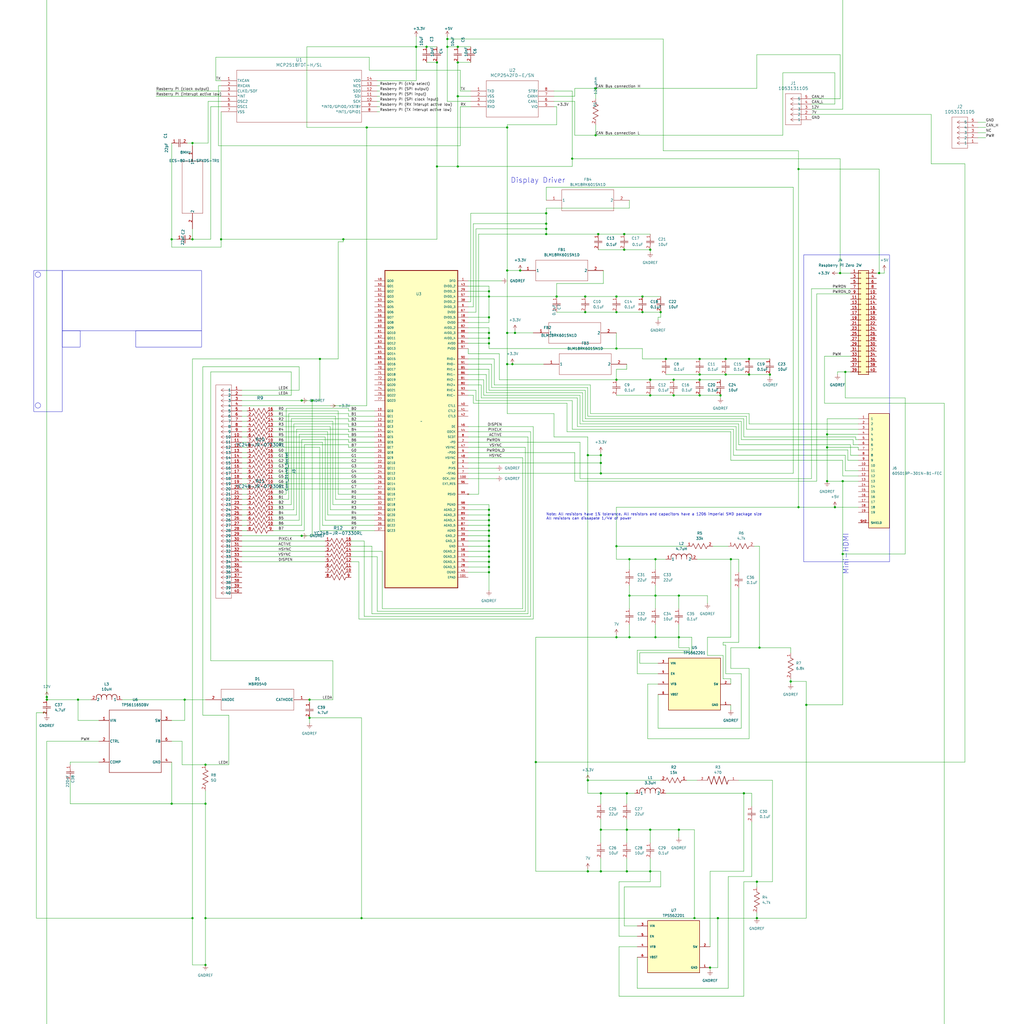
<source format=kicad_sch>
(kicad_sch (version 20231120) (generator "eeschema") (generator_version "8.0")
  (paper "User" 500 500)
  (lib_symbols
    (symbol "Connector_Generic:Conn_02x20_Odd_Even" (pin_names (offset 1.016) hide)
      (property "Reference" "J" (at 1.27 25.4 0))
      (property "Value" "Conn_02x20_Odd_Even" (at 1.27 -27.94 0))
      (symbol "Conn_02x20_Odd_Even_1_1"
        (pin passive line (at -5.08 22.86 0) (length 3.81) (name "Pin_1") (number "1"))
        (pin passive line (at 7.62 12.7 180) (length 3.81) (name "Pin_10") (number "10"))
        (pin passive line (at -5.08 10.16 0) (length 3.81) (name "Pin_11") (number "11"))
        (pin passive line (at 7.62 10.16 180) (length 3.81) (name "Pin_12") (number "12"))
        (pin passive line (at -5.08 7.62 0) (length 3.81) (name "Pin_13") (number "13"))
        (pin passive line (at 7.62 7.62 180) (length 3.81) (name "Pin_14") (number "14"))
        (pin passive line (at -5.08 5.08 0) (length 3.81) (name "Pin_15") (number "15"))
        (pin passive line (at 7.62 5.08 180) (length 3.81) (name "Pin_16") (number "16"))
        (pin passive line (at -5.08 2.54 0) (length 3.81) (name "Pin_17") (number "17"))
        (pin passive line (at 7.62 2.54 180) (length 3.81) (name "Pin_18") (number "18"))
        (pin passive line (at -5.08 0 0) (length 3.81) (name "Pin_19") (number "19"))
        (pin passive line (at 7.62 22.86 180) (length 3.81) (name "Pin_2") (number "2"))
        (pin passive line (at 7.62 0 180) (length 3.81) (name "Pin_20") (number "20"))
        (pin passive line (at -5.08 -2.54 0) (length 3.81) (name "Pin_21") (number "21"))
        (pin passive line (at 7.62 -2.54 180) (length 3.81) (name "Pin_22") (number "22"))
        (pin passive line (at -5.08 -5.08 0) (length 3.81) (name "Pin_23") (number "23"))
        (pin passive line (at 7.62 -5.08 180) (length 3.81) (name "Pin_24") (number "24"))
        (pin passive line (at -5.08 -7.62 0) (length 3.81) (name "Pin_25") (number "25"))
        (pin passive line (at 7.62 -7.62 180) (length 3.81) (name "Pin_26") (number "26"))
        (pin passive line (at -5.08 -10.16 0) (length 3.81) (name "Pin_27") (number "27"))
        (pin passive line (at 7.62 -10.16 180) (length 3.81) (name "Pin_28") (number "28"))
        (pin passive line (at -5.08 -12.7 0) (length 3.81) (name "Pin_29") (number "29"))
        (pin passive line (at -5.08 20.32 0) (length 3.81) (name "Pin_3") (number "3"))
        (pin passive line (at 7.62 -12.7 180) (length 3.81) (name "Pin_30") (number "30"))
        (pin passive line (at -5.08 -15.24 0) (length 3.81) (name "Pin_31") (number "31"))
        (pin passive line (at 7.62 -15.24 180) (length 3.81) (name "Pin_32") (number "32"))
        (pin passive line (at -5.08 -17.78 0) (length 3.81) (name "Pin_33") (number "33"))
        (pin passive line (at 7.62 -17.78 180) (length 3.81) (name "Pin_34") (number "34"))
        (pin passive line (at -5.08 -20.32 0) (length 3.81) (name "Pin_35") (number "35"))
        (pin passive line (at 7.62 -20.32 180) (length 3.81) (name "Pin_36") (number "36"))
        (pin passive line (at -5.08 -22.86 0) (length 3.81) (name "Pin_37") (number "37"))
        (pin passive line (at 7.62 -22.86 180) (length 3.81) (name "Pin_38") (number "38"))
        (pin passive line (at -5.08 -25.4 0) (length 3.81) (name "Pin_39") (number "39"))
        (pin passive line (at 7.62 20.32 180) (length 3.81) (name "Pin_4") (number "4"))
        (pin passive line (at 7.62 -25.4 180) (length 3.81) (name "Pin_40") (number "40"))
        (pin passive line (at -5.08 17.78 0) (length 3.81) (name "Pin_5") (number "5"))
        (pin passive line (at 7.62 17.78 180) (length 3.81) (name "Pin_6") (number "6"))
        (pin passive line (at -5.08 15.24 0) (length 3.81) (name "Pin_7") (number "7"))
        (pin passive line (at 7.62 15.24 180) (length 3.81) (name "Pin_8") (number "8"))
        (pin passive line (at -5.08 12.7 0) (length 3.81) (name "Pin_9") (number "9"))
      )
    )
    (symbol "CustomSymLib:1053131105" (pin_names (offset 0.254))
      (property "Reference" "J" (at 8.89 6.35 0))
      (property "Value" "1053131105" (at 0 0 0))
      (symbol "1053131105_1_1"
        (pin unspecified line (at 0 0 0) (length 5.08) (name "1") (number "1"))
        (pin unspecified line (at 0 -2.54 0) (length 5.08) (name "2") (number "2"))
        (pin unspecified line (at 0 -5.08 0) (length 5.08) (name "3") (number "3"))
        (pin unspecified line (at 0 -7.62 0) (length 5.08) (name "4") (number "4"))
        (pin unspecified line (at 0 -10.16 0) (length 5.08) (name "5") (number "5"))
      )
      (symbol "1053131105_1_2"
        (pin unspecified line (at 0 0 0) (length 5.08) (name "1") (number "1"))
        (pin unspecified line (at 0 -2.54 0) (length 5.08) (name "2") (number "2"))
        (pin unspecified line (at 0 -5.08 0) (length 5.08) (name "3") (number "3"))
        (pin unspecified line (at 0 -7.62 0) (length 5.08) (name "4") (number "4"))
        (pin unspecified line (at 0 -10.16 0) (length 5.08) (name "5") (number "5"))
      )
    )
    (symbol "CustomSymLib:1206B104K500CT" (pin_names (offset 0.254))
      (property "Reference" "C" (at 3.81 3.81 0))
      (property "Value" "1206B104K500CT" (at 3.81 -3.81 0))
      (symbol "1206B104K500CT_1_1"
        (pin unspecified line (at 0 0 0) (length 2.54) (name "") (number "1"))
        (pin unspecified line (at 7.62 0 180) (length 2.54) (name "") (number "2"))
      )
      (symbol "1206B104K500CT_1_2"
        (pin unspecified line (at 0 0 270) (length 2.54) (name "") (number "1"))
        (pin unspecified line (at 0 -7.62 90) (length 2.54) (name "") (number "2"))
      )
    )
    (symbol "CustomSymLib:60S019P-301N-B1-FEC" (pin_names (offset 1.016))
      (property "Reference" "J" (at -5.08 28.575 0))
      (property "Value" "60S019P-301N-B1-FEC" (at -5.08 -30.48 0))
      (symbol "60S019P-301N-B1-FEC_0_0"
        (pin passive line (at -10.16 25.4 0) (length 5.08) (name "1") (number "1"))
        (pin passive line (at -10.16 2.54 0) (length 5.08) (name "10") (number "10"))
        (pin passive line (at -10.16 0 0) (length 5.08) (name "11") (number "11"))
        (pin passive line (at -10.16 -2.54 0) (length 5.08) (name "12") (number "12"))
        (pin passive line (at -10.16 -5.08 0) (length 5.08) (name "13") (number "13"))
        (pin passive line (at -10.16 -7.62 0) (length 5.08) (name "14") (number "14"))
        (pin passive line (at -10.16 -10.16 0) (length 5.08) (name "15") (number "15"))
        (pin passive line (at -10.16 -12.7 0) (length 5.08) (name "16") (number "16"))
        (pin passive line (at -10.16 -15.24 0) (length 5.08) (name "17") (number "17"))
        (pin passive line (at -10.16 -17.78 0) (length 5.08) (name "18") (number "18"))
        (pin passive line (at -10.16 -20.32 0) (length 5.08) (name "19") (number "19"))
        (pin passive line (at -10.16 22.86 0) (length 5.08) (name "2") (number "2"))
        (pin passive line (at -10.16 20.32 0) (length 5.08) (name "3") (number "3"))
        (pin passive line (at -10.16 17.78 0) (length 5.08) (name "4") (number "4"))
        (pin passive line (at -10.16 15.24 0) (length 5.08) (name "5") (number "5"))
        (pin passive line (at -10.16 12.7 0) (length 5.08) (name "6") (number "6"))
        (pin passive line (at -10.16 10.16 0) (length 5.08) (name "7") (number "7"))
        (pin passive line (at -10.16 7.62 0) (length 5.08) (name "8") (number "8"))
        (pin passive line (at -10.16 5.08 0) (length 5.08) (name "9") (number "9"))
        (pin passive line (at -10.16 -25.4 0) (length 5.08) (name "SHIELD") (number "SH1"))
        (pin passive line (at -10.16 -25.4 0) (length 5.08) (name "SHIELD") (number "SH2"))
      )
    )
    (symbol "CustomSymLib:ABLS-8.000MHZ-B2-T" (pin_names (offset 0.254))
      (property "Reference" "U" (at 20.32 10.16 0))
      (property "Value" "ABLS-8.000MHZ-B2-T" (at 20.32 7.62 0))
      (symbol "ABLS-8.000MHZ-B2-T_0_1"
        (pin unspecified line (at 0 0 0) (length 7.62) (name "1") (number "1"))
        (pin unspecified line (at 40.64 0 180) (length 7.62) (name "2") (number "2"))
      )
    )
    (symbol "CustomSymLib:BLM18RK601SN1D" (pin_names (offset 0.254))
      (property "Reference" "U" (at 20.32 10.16 0))
      (property "Value" "BLM18RK601SN1D" (at 20.32 7.62 0))
      (symbol "BLM18RK601SN1D_0_1"
        (pin unspecified line (at 0 0 0) (length 7.62) (name "1") (number "1"))
        (pin unspecified line (at 40.64 0 180) (length 7.62) (name "2") (number "2"))
      )
    )
    (symbol "CustomSymLib:CF31401D0R0-05-NH" (pin_names (offset 0.254))
      (property "Reference" "J" (at 8.89 6.35 0))
      (property "Value" "CF31401D0R0-05-NH" (at 0 0 0))
      (symbol "CF31401D0R0-05-NH_1_1"
        (pin unspecified line (at 0 0 0) (length 5.08) (name "1") (number "1"))
        (pin unspecified line (at 0 -22.86 0) (length 5.08) (name "10") (number "10"))
        (pin unspecified line (at 0 -25.4 0) (length 5.08) (name "11") (number "11"))
        (pin unspecified line (at 0 -27.94 0) (length 5.08) (name "12") (number "12"))
        (pin unspecified line (at 0 -30.48 0) (length 5.08) (name "13") (number "13"))
        (pin unspecified line (at 0 -33.02 0) (length 5.08) (name "14") (number "14"))
        (pin unspecified line (at 0 -35.56 0) (length 5.08) (name "15") (number "15"))
        (pin unspecified line (at 0 -38.1 0) (length 5.08) (name "16") (number "16"))
        (pin unspecified line (at 0 -40.64 0) (length 5.08) (name "17") (number "17"))
        (pin unspecified line (at 0 -43.18 0) (length 5.08) (name "18") (number "18"))
        (pin unspecified line (at 0 -45.72 0) (length 5.08) (name "19") (number "19"))
        (pin unspecified line (at 0 -2.54 0) (length 5.08) (name "2") (number "2"))
        (pin unspecified line (at 0 -48.26 0) (length 5.08) (name "20") (number "20"))
        (pin unspecified line (at 0 -50.8 0) (length 5.08) (name "21") (number "21"))
        (pin unspecified line (at 0 -53.34 0) (length 5.08) (name "22") (number "22"))
        (pin unspecified line (at 0 -55.88 0) (length 5.08) (name "23") (number "23"))
        (pin unspecified line (at 0 -58.42 0) (length 5.08) (name "24") (number "24"))
        (pin unspecified line (at 0 -60.96 0) (length 5.08) (name "25") (number "25"))
        (pin unspecified line (at 0 -63.5 0) (length 5.08) (name "26") (number "26"))
        (pin unspecified line (at 0 -66.04 0) (length 5.08) (name "27") (number "27"))
        (pin unspecified line (at 0 -68.58 0) (length 5.08) (name "28") (number "28"))
        (pin unspecified line (at 0 -71.12 0) (length 5.08) (name "29") (number "29"))
        (pin unspecified line (at 0 -5.08 0) (length 5.08) (name "3") (number "3"))
        (pin unspecified line (at 0 -73.66 0) (length 5.08) (name "30") (number "30"))
        (pin unspecified line (at 0 -76.2 0) (length 5.08) (name "31") (number "31"))
        (pin unspecified line (at 0 -78.74 0) (length 5.08) (name "32") (number "32"))
        (pin unspecified line (at 0 -81.28 0) (length 5.08) (name "33") (number "33"))
        (pin unspecified line (at 0 -83.82 0) (length 5.08) (name "34") (number "34"))
        (pin unspecified line (at 0 -86.36 0) (length 5.08) (name "35") (number "35"))
        (pin unspecified line (at 0 -88.9 0) (length 5.08) (name "36") (number "36"))
        (pin unspecified line (at 0 -91.44 0) (length 5.08) (name "37") (number "37"))
        (pin unspecified line (at 0 -93.98 0) (length 5.08) (name "38") (number "38"))
        (pin unspecified line (at 0 -96.52 0) (length 5.08) (name "39") (number "39"))
        (pin unspecified line (at 0 -7.62 0) (length 5.08) (name "4") (number "4"))
        (pin unspecified line (at 0 -99.06 0) (length 5.08) (name "40") (number "40"))
        (pin unspecified line (at 0 -10.16 0) (length 5.08) (name "5") (number "5"))
        (pin unspecified line (at 0 -12.7 0) (length 5.08) (name "6") (number "6"))
        (pin unspecified line (at 0 -15.24 0) (length 5.08) (name "7") (number "7"))
        (pin unspecified line (at 0 -17.78 0) (length 5.08) (name "8") (number "8"))
        (pin unspecified line (at 0 -20.32 0) (length 5.08) (name "9") (number "9"))
      )
      (symbol "CF31401D0R0-05-NH_1_2"
        (pin unspecified line (at 0 0 0) (length 5.08) (name "1") (number "1"))
        (pin unspecified line (at 0 -22.86 0) (length 5.08) (name "10") (number "10"))
        (pin unspecified line (at 0 -25.4 0) (length 5.08) (name "11") (number "11"))
        (pin unspecified line (at 0 -27.94 0) (length 5.08) (name "12") (number "12"))
        (pin unspecified line (at 0 -30.48 0) (length 5.08) (name "13") (number "13"))
        (pin unspecified line (at 0 -33.02 0) (length 5.08) (name "14") (number "14"))
        (pin unspecified line (at 0 -35.56 0) (length 5.08) (name "15") (number "15"))
        (pin unspecified line (at 0 -38.1 0) (length 5.08) (name "16") (number "16"))
        (pin unspecified line (at 0 -40.64 0) (length 5.08) (name "17") (number "17"))
        (pin unspecified line (at 0 -43.18 0) (length 5.08) (name "18") (number "18"))
        (pin unspecified line (at 0 -45.72 0) (length 5.08) (name "19") (number "19"))
        (pin unspecified line (at 0 -2.54 0) (length 5.08) (name "2") (number "2"))
        (pin unspecified line (at 0 -48.26 0) (length 5.08) (name "20") (number "20"))
        (pin unspecified line (at 0 -50.8 0) (length 5.08) (name "21") (number "21"))
        (pin unspecified line (at 0 -53.34 0) (length 5.08) (name "22") (number "22"))
        (pin unspecified line (at 0 -55.88 0) (length 5.08) (name "23") (number "23"))
        (pin unspecified line (at 0 -58.42 0) (length 5.08) (name "24") (number "24"))
        (pin unspecified line (at 0 -60.96 0) (length 5.08) (name "25") (number "25"))
        (pin unspecified line (at 0 -63.5 0) (length 5.08) (name "26") (number "26"))
        (pin unspecified line (at 0 -66.04 0) (length 5.08) (name "27") (number "27"))
        (pin unspecified line (at 0 -68.58 0) (length 5.08) (name "28") (number "28"))
        (pin unspecified line (at 0 -71.12 0) (length 5.08) (name "29") (number "29"))
        (pin unspecified line (at 0 -5.08 0) (length 5.08) (name "3") (number "3"))
        (pin unspecified line (at 0 -73.66 0) (length 5.08) (name "30") (number "30"))
        (pin unspecified line (at 0 -76.2 0) (length 5.08) (name "31") (number "31"))
        (pin unspecified line (at 0 -78.74 0) (length 5.08) (name "32") (number "32"))
        (pin unspecified line (at 0 -81.28 0) (length 5.08) (name "33") (number "33"))
        (pin unspecified line (at 0 -83.82 0) (length 5.08) (name "34") (number "34"))
        (pin unspecified line (at 0 -86.36 0) (length 5.08) (name "35") (number "35"))
        (pin unspecified line (at 0 -88.9 0) (length 5.08) (name "36") (number "36"))
        (pin unspecified line (at 0 -91.44 0) (length 5.08) (name "37") (number "37"))
        (pin unspecified line (at 0 -93.98 0) (length 5.08) (name "38") (number "38"))
        (pin unspecified line (at 0 -96.52 0) (length 5.08) (name "39") (number "39"))
        (pin unspecified line (at 0 -7.62 0) (length 5.08) (name "4") (number "4"))
        (pin unspecified line (at 0 -99.06 0) (length 5.08) (name "40") (number "40"))
        (pin unspecified line (at 0 -10.16 0) (length 5.08) (name "5") (number "5"))
        (pin unspecified line (at 0 -12.7 0) (length 5.08) (name "6") (number "6"))
        (pin unspecified line (at 0 -15.24 0) (length 5.08) (name "7") (number "7"))
        (pin unspecified line (at 0 -17.78 0) (length 5.08) (name "8") (number "8"))
        (pin unspecified line (at 0 -20.32 0) (length 5.08) (name "9") (number "9"))
      )
    )
    (symbol "CustomSymLib:CL31A106MAHNNNE" (pin_names (offset 0.254))
      (property "Reference" "C" (at 3.81 3.81 0))
      (property "Value" "CL31A106MAHNNNE" (at 3.81 -3.81 0))
      (symbol "CL31A106MAHNNNE_1_1"
        (pin unspecified line (at 0 0 0) (length 2.54) (name "") (number "1"))
        (pin unspecified line (at 7.62 0 180) (length 2.54) (name "") (number "2"))
      )
      (symbol "CL31A106MAHNNNE_1_2"
        (pin unspecified line (at 0 0 270) (length 2.54) (name "") (number "1"))
        (pin unspecified line (at 0 -7.62 90) (length 2.54) (name "") (number "2"))
      )
    )
    (symbol "CustomSymLib:CL31A226MOCLNNC" (pin_names (offset 0.254))
      (property "Reference" "C" (at 3.81 3.81 0))
      (property "Value" "CL31A226MOCLNNC" (at 3.81 -3.81 0))
      (symbol "CL31A226MOCLNNC_1_1"
        (pin unspecified line (at 0 0 0) (length 2.54) (name "") (number "1"))
        (pin unspecified line (at 7.62 0 180) (length 2.54) (name "") (number "2"))
      )
      (symbol "CL31A226MOCLNNC_1_2"
        (pin unspecified line (at 0 0 270) (length 2.54) (name "") (number "1"))
        (pin unspecified line (at 0 -7.62 90) (length 2.54) (name "") (number "2"))
      )
    )
    (symbol "CustomSymLib:CL31B103KHFNFNE" (pin_names (offset 0.254))
      (property "Reference" "C" (at 3.81 3.81 0))
      (property "Value" "CL31B103KHFNFNE" (at 3.81 -3.81 0))
      (symbol "CL31B103KHFNFNE_1_1"
        (pin unspecified line (at 0 0 0) (length 2.54) (name "") (number "1"))
        (pin unspecified line (at 7.62 0 180) (length 2.54) (name "") (number "2"))
      )
      (symbol "CL31B103KHFNFNE_1_2"
        (pin unspecified line (at 0 0 270) (length 2.54) (name "") (number "1"))
        (pin unspecified line (at 0 -7.62 90) (length 2.54) (name "") (number "2"))
      )
    )
    (symbol "CustomSymLib:CL31B224KBFNNNE" (pin_names (offset 0.254))
      (property "Reference" "C" (at 3.81 3.81 0))
      (property "Value" "CL31B224KBFNNNE" (at 3.81 -3.81 0))
      (symbol "CL31B224KBFNNNE_1_1"
        (pin unspecified line (at 0 0 0) (length 2.54) (name "") (number "1"))
        (pin unspecified line (at 7.62 0 180) (length 2.54) (name "") (number "2"))
      )
      (symbol "CL31B224KBFNNNE_1_2"
        (pin unspecified line (at 0 0 270) (length 2.54) (name "") (number "1"))
        (pin unspecified line (at 0 -7.62 90) (length 2.54) (name "") (number "2"))
      )
    )
    (symbol "CustomSymLib:CL31B475KAHNNNE" (pin_names (offset 0.254))
      (property "Reference" "C" (at 3.81 3.81 0))
      (property "Value" "CL31B475KAHNNNE" (at 3.81 -3.81 0))
      (symbol "CL31B475KAHNNNE_1_1"
        (pin unspecified line (at 0 0 0) (length 2.54) (name "") (number "1"))
        (pin unspecified line (at 7.62 0 180) (length 2.54) (name "") (number "2"))
      )
      (symbol "CL31B475KAHNNNE_1_2"
        (pin unspecified line (at 0 0 270) (length 2.54) (name "") (number "1"))
        (pin unspecified line (at 0 -7.62 90) (length 2.54) (name "") (number "2"))
      )
    )
    (symbol "CustomSymLib:CL31C220JBCNNNC" (pin_names (offset 0.254))
      (property "Reference" "C" (at 3.81 3.81 0))
      (property "Value" "CL31C220JBCNNNC" (at 3.81 -3.81 0))
      (symbol "CL31C220JBCNNNC_1_1"
        (pin unspecified line (at 0 0 0) (length 2.54) (name "") (number "1"))
        (pin unspecified line (at 7.62 0 180) (length 2.54) (name "") (number "2"))
      )
      (symbol "CL31C220JBCNNNC_1_2"
        (pin unspecified line (at 0 0 270) (length 2.54) (name "") (number "1"))
        (pin unspecified line (at 0 -7.62 90) (length 2.54) (name "") (number "2"))
      )
    )
    (symbol "CustomSymLib:CRGCQ1206F470R" (pin_names (offset 1.016))
      (property "Reference" "R" (at -7.6244 2.5415 0))
      (property "Value" "CRGCQ1206F470R" (at -7.63 -5.0866 0))
      (symbol "CRGCQ1206F470R_0_0"
        (pin passive line (at -10.16 0 0) (length 5.08) (name "~") (number "1"))
        (pin passive line (at 10.16 0 180) (length 5.08) (name "~") (number "2"))
      )
    )
    (symbol "CustomSymLib:CSRT1206FT5R00" (pin_names (offset 0.254))
      (property "Reference" "R" (at 5.715 3.81 0))
      (property "Value" "CSRT1206FT5R00" (at 6.35 -3.81 0))
      (symbol "CSRT1206FT5R00_1_1"
        (pin unspecified line (at 0 0 0) (length 2.54) (name "") (number "1"))
        (pin unspecified line (at 12.7 0 180) (length 2.54) (name "") (number "2"))
      )
      (symbol "CSRT1206FT5R00_1_2"
        (pin unspecified line (at 0 12.7 270) (length 2.54) (name "") (number "1"))
        (pin unspecified line (at 0 0 90) (length 2.54) (name "") (number "2"))
      )
    )
    (symbol "CustomSymLib:LB3218T3R3M" (pin_names (offset 0.254))
      (property "Reference" "L" (at 6.985 5.08 0))
      (property "Value" "LB3218T3R3M" (at 6.985 -2.54 0))
      (symbol "LB3218T3R3M_1_1"
        (pin unspecified line (at 15.24 0 180) (length 2.54) (name "1") (number "1"))
        (pin unspecified line (at 0 0 0) (length 2.54) (name "2") (number "2"))
      )
      (symbol "LB3218T3R3M_1_2"
        (pin unspecified line (at 0 15.24 270) (length 2.54) (name "1") (number "1"))
        (pin unspecified line (at 0 0 90) (length 2.54) (name "2") (number "2"))
      )
    )
    (symbol "CustomSymLib:LB3218T4R7M" (pin_names (offset 0.254))
      (property "Reference" "L" (at 6.985 5.08 0))
      (property "Value" "LB3218T4R7M" (at 6.985 -2.54 0))
      (symbol "LB3218T4R7M_1_1"
        (pin unspecified line (at 15.24 0 180) (length 2.54) (name "1") (number "1"))
        (pin unspecified line (at 0 0 0) (length 2.54) (name "2") (number "2"))
      )
      (symbol "LB3218T4R7M_1_2"
        (pin unspecified line (at 0 15.24 270) (length 2.54) (name "1") (number "1"))
        (pin unspecified line (at 0 0 90) (length 2.54) (name "2") (number "2"))
      )
    )
    (symbol "CustomSymLib:LBR2012T100K" (pin_names (offset 0.254))
      (property "Reference" "L" (at 6.985 5.08 0))
      (property "Value" "LBR2012T100K" (at 6.985 -2.54 0))
      (symbol "LBR2012T100K_1_1"
        (pin unspecified line (at 15.24 0 180) (length 2.54) (name "1") (number "1"))
        (pin unspecified line (at 0 0 0) (length 2.54) (name "2") (number "2"))
      )
      (symbol "LBR2012T100K_1_2"
        (pin unspecified line (at 0 15.24 270) (length 2.54) (name "1") (number "1"))
        (pin unspecified line (at 0 0 90) (length 2.54) (name "2") (number "2"))
      )
    )
    (symbol "CustomSymLib:MBR0540T3G" (pin_names (offset 0.254))
      (property "Reference" "U" (at 25.4 10.16 0))
      (property "Value" "MBR0540T3G" (at 25.4 7.62 0))
      (symbol "MBR0540T3G_0_1"
        (pin unspecified line (at 0 0 0) (length 7.62) (name "CATHODE") (number "1"))
        (pin unspecified line (at 50.8 0 180) (length 7.62) (name "ANODE") (number "2"))
      )
    )
    (symbol "CustomSymLib:MCP2518FDT-H_SL" (pin_names (offset 0.254))
      (property "Reference" "U" (at 38.1 10.16 0))
      (property "Value" "MCP2518FDT-H/SL" (at 38.1 7.62 0))
      (symbol "MCP2518FDT-H_SL_0_1"
        (pin output line (at 0 0 0) (length 7.62) (name "TXCAN") (number "1"))
        (pin input line (at 76.2 -10.16 180) (length 7.62) (name "SCK") (number "10"))
        (pin input line (at 76.2 -7.62 180) (length 7.62) (name "SDI") (number "11"))
        (pin output line (at 76.2 -5.08 180) (length 7.62) (name "SDO") (number "12"))
        (pin input line (at 76.2 -2.54 180) (length 7.62) (name "NCS") (number "13"))
        (pin power_in line (at 76.2 0 180) (length 7.62) (name "VDD") (number "14"))
        (pin input line (at 0 -2.54 0) (length 7.62) (name "RXCAN") (number "2"))
        (pin output line (at 0 -5.08 0) (length 7.62) (name "CLKO/SOF") (number "3"))
        (pin output line (at 0 -7.62 0) (length 7.62) (name "*INT") (number "4"))
        (pin output line (at 0 -10.16 0) (length 7.62) (name "OSC2") (number "5"))
        (pin input line (at 0 -12.7 0) (length 7.62) (name "OSC1") (number "6"))
        (pin power_out line (at 0 -15.24 0) (length 7.62) (name "VSS") (number "7"))
        (pin bidirectional line (at 76.2 -15.24 180) (length 7.62) (name "*INT1/GPIO1") (number "8"))
        (pin bidirectional line (at 76.2 -12.7 180) (length 7.62) (name "*INT0/GPIO0/XSTBY") (number "9"))
      )
    )
    (symbol "CustomSymLib:MCP2542FD-E_SN" (pin_names (offset 0.254))
      (property "Reference" "U" (at 20.32 10.16 0))
      (property "Value" "MCP2542FD-E/SN" (at 20.32 7.62 0))
      (symbol "MCP2542FD-E_SN_0_1"
        (pin input line (at 0 0 0) (length 7.62) (name "TXD") (number "1"))
        (pin power_in line (at 0 -2.54 0) (length 7.62) (name "VSS") (number "2"))
        (pin power_in line (at 0 -5.08 0) (length 7.62) (name "VDD") (number "3"))
        (pin output line (at 0 -7.62 0) (length 7.62) (name "RXD") (number "4"))
        (pin bidirectional line (at 40.64 -7.62 180) (length 7.62) (name "VIO") (number "5"))
        (pin bidirectional line (at 40.64 -5.08 180) (length 7.62) (name "CANL") (number "6"))
        (pin bidirectional line (at 40.64 -2.54 180) (length 7.62) (name "CANH") (number "7"))
        (pin input line (at 40.64 0 180) (length 7.62) (name "STBY") (number "8"))
      )
    )
    (symbol "CustomSymLib:RC1206FR-0733KL" (pin_names (offset 0.254))
      (property "Reference" "R" (at 5.715 3.81 0))
      (property "Value" "RC1206FR-0733KL" (at 6.35 -3.81 0))
      (symbol "RC1206FR-0733KL_1_1"
        (pin unspecified line (at 12.7 0 180) (length 2.54) (name "") (number "1"))
        (pin unspecified line (at 0 0 0) (length 2.54) (name "") (number "2"))
      )
      (symbol "RC1206FR-0733KL_1_2"
        (pin unspecified line (at 0 12.7 270) (length 2.54) (name "") (number "1"))
        (pin unspecified line (at 0 0 90) (length 2.54) (name "") (number "2"))
      )
    )
    (symbol "CustomSymLib:RC1206FR-074K7L" (pin_names (offset 0.254))
      (property "Reference" "R" (at 5.715 3.81 0))
      (property "Value" "RC1206FR-074K7L" (at 6.35 -3.81 0))
      (symbol "RC1206FR-074K7L_1_1"
        (pin unspecified line (at 12.7 0 180) (length 2.54) (name "") (number "1"))
        (pin unspecified line (at 0 0 0) (length 2.54) (name "") (number "2"))
      )
      (symbol "RC1206FR-074K7L_1_2"
        (pin unspecified line (at 0 12.7 270) (length 2.54) (name "") (number "1"))
        (pin unspecified line (at 0 0 90) (length 2.54) (name "") (number "2"))
      )
    )
    (symbol "CustomSymLib:RC1206FR-076K8L" (pin_names (offset 0.254))
      (property "Reference" "R" (at 5.715 3.81 0))
      (property "Value" "RC1206FR-076K8L" (at 6.35 -3.81 0))
      (symbol "RC1206FR-076K8L_1_1"
        (pin unspecified line (at 12.7 0 180) (length 2.54) (name "") (number "1"))
        (pin unspecified line (at 0 0 0) (length 2.54) (name "") (number "2"))
      )
      (symbol "RC1206FR-076K8L_1_2"
        (pin unspecified line (at 0 12.7 270) (length 2.54) (name "") (number "1"))
        (pin unspecified line (at 0 0 90) (length 2.54) (name "") (number "2"))
      )
    )
    (symbol "CustomSymLib:RMCF1206FT120R" (pin_names (offset 0.254))
      (property "Reference" "R" (at 5.715 3.81 0))
      (property "Value" "RMCF1206FT120R" (at 6.35 -3.81 0))
      (symbol "RMCF1206FT120R_1_1"
        (pin unspecified line (at 0 0 0) (length 2.54) (name "") (number "1"))
        (pin unspecified line (at 12.7 0 180) (length 2.54) (name "") (number "2"))
      )
      (symbol "RMCF1206FT120R_1_2"
        (pin unspecified line (at 0 12.7 270) (length 2.54) (name "") (number "1"))
        (pin unspecified line (at 0 0 90) (length 2.54) (name "") (number "2"))
      )
    )
    (symbol "CustomSymLib:RMCF1206FT15K0" (pin_names (offset 0.254))
      (property "Reference" "R" (at 5.715 3.81 0))
      (property "Value" "RMCF1206FT15K0" (at 6.35 -3.81 0))
      (symbol "RMCF1206FT15K0_1_1"
        (pin unspecified line (at 0 0 0) (length 2.54) (name "") (number "1"))
        (pin unspecified line (at 12.7 0 180) (length 2.54) (name "") (number "2"))
      )
      (symbol "RMCF1206FT15K0_1_2"
        (pin unspecified line (at 0 12.7 270) (length 2.54) (name "") (number "1"))
        (pin unspecified line (at 0 0 90) (length 2.54) (name "") (number "2"))
      )
    )
    (symbol "CustomSymLib:TFP401APZPR" (pin_names (offset 1.016))
      (property "Reference" "U3" (at 1.27 62.23 0))
      (property "Value" "~" (at 0 0 0))
      (symbol "TFP401APZPR_0_0"
        (pin input line (at -22.86 68.58 0) (length 5.08) (name "DFO") (number "1"))
        (pin output line (at 22.86 5.08 180) (length 5.08) (name "QE0") (number "10"))
        (pin input line (at -22.86 -27.94 0) (length 5.08) (name "OCK_INV") (number "100"))
        (pin passive line (at -22.86 -76.2 0) (length 5.08) (name "EPAD") (number "101"))
        (pin output line (at 22.86 2.54 180) (length 5.08) (name "QE1") (number "11"))
        (pin output line (at 22.86 0 180) (length 5.08) (name "QE2") (number "12"))
        (pin output line (at 22.86 -2.54 180) (length 5.08) (name "QE3") (number "13"))
        (pin output line (at 22.86 -5.08 180) (length 5.08) (name "QE4") (number "14"))
        (pin output line (at 22.86 -7.62 180) (length 5.08) (name "QE5") (number "15"))
        (pin output line (at 22.86 -10.16 180) (length 5.08) (name "QE6") (number "16"))
        (pin output line (at 22.86 -12.7 180) (length 5.08) (name "QE7") (number "17"))
        (pin power_in line (at -22.86 50.8 0) (length 5.08) (name "OVDD_5") (number "18"))
        (pin passive line (at -22.86 -66.04 0) (length 5.08) (name "OGND_3") (number "19"))
        (pin input line (at -22.86 -10.16 0) (length 5.08) (name "~PD") (number "2"))
        (pin output line (at 22.86 -15.24 180) (length 5.08) (name "QE8") (number "20"))
        (pin output line (at 22.86 -17.78 180) (length 5.08) (name "QE9") (number "21"))
        (pin output line (at 22.86 -20.32 180) (length 5.08) (name "QE10") (number "22"))
        (pin output line (at 22.86 -22.86 180) (length 5.08) (name "QE11") (number "23"))
        (pin output line (at 22.86 -25.4 180) (length 5.08) (name "QE12") (number "24"))
        (pin output line (at 22.86 -27.94 180) (length 5.08) (name "QE13") (number "25"))
        (pin output line (at 22.86 -30.48 180) (length 5.08) (name "QE14") (number "26"))
        (pin output line (at 22.86 -33.02 180) (length 5.08) (name "QE15") (number "27"))
        (pin passive line (at -22.86 -71.12 0) (length 5.08) (name "OGND_5") (number "28"))
        (pin power_in line (at -22.86 63.5 0) (length 5.08) (name "OVDD_3") (number "29"))
        (pin input line (at -22.86 -20.32 0) (length 5.08) (name "ST") (number "3"))
        (pin output line (at 22.86 -35.56 180) (length 5.08) (name "QE16") (number "30"))
        (pin output line (at 22.86 -38.1 180) (length 5.08) (name "QE17") (number "31"))
        (pin output line (at 22.86 -40.64 180) (length 5.08) (name "QE18") (number "32"))
        (pin output line (at 22.86 -43.18 180) (length 5.08) (name "QE19") (number "33"))
        (pin output line (at 22.86 -45.72 180) (length 5.08) (name "QE20") (number "34"))
        (pin output line (at 22.86 -48.26 180) (length 5.08) (name "QE21") (number "35"))
        (pin output line (at 22.86 -50.8 180) (length 5.08) (name "QE22") (number "36"))
        (pin output line (at 22.86 -53.34 180) (length 5.08) (name "QE23") (number "37"))
        (pin power_in line (at -22.86 58.42 0) (length 5.08) (name "DVDD_2") (number "38"))
        (pin passive line (at -22.86 -55.88 0) (length 5.08) (name "GND_2") (number "39"))
        (pin input line (at -22.86 -22.86 0) (length 5.08) (name "PIXS") (number "4"))
        (pin output line (at -22.86 7.62 0) (length 5.08) (name "CTL1") (number "40"))
        (pin output line (at -22.86 5.08 0) (length 5.08) (name "CTL2") (number "41"))
        (pin output line (at -22.86 2.54 0) (length 5.08) (name "CTL3") (number "42"))
        (pin power_in line (at -22.86 66.04 0) (length 5.08) (name "OVDD_2") (number "43"))
        (pin output line (at -22.86 -5.08 0) (length 5.08) (name "ODCK") (number "44"))
        (pin passive line (at -22.86 -73.66 0) (length 5.08) (name "OGND") (number "45"))
        (pin output line (at -22.86 -2.54 0) (length 5.08) (name "DE") (number "46"))
        (pin output line (at -22.86 -12.7 0) (length 5.08) (name "VSYNC") (number "47"))
        (pin output line (at -22.86 -17.78 0) (length 5.08) (name "HSYNC") (number "48"))
        (pin output line (at 22.86 68.58 180) (length 5.08) (name "QO0") (number "49"))
        (pin passive line (at -22.86 -60.96 0) (length 5.08) (name "GND") (number "5"))
        (pin output line (at 22.86 66.04 180) (length 5.08) (name "QO1") (number "50"))
        (pin output line (at 22.86 63.5 180) (length 5.08) (name "QO2") (number "51"))
        (pin output line (at 22.86 60.96 180) (length 5.08) (name "QO3") (number "52"))
        (pin output line (at 22.86 58.42 180) (length 5.08) (name "QO4") (number "53"))
        (pin output line (at 22.86 55.88 180) (length 5.08) (name "QO5") (number "54"))
        (pin output line (at 22.86 53.34 180) (length 5.08) (name "QO6") (number "55"))
        (pin output line (at 22.86 50.8 180) (length 5.08) (name "QO7") (number "56"))
        (pin power_in line (at -22.86 60.96 0) (length 5.08) (name "OVDD_4") (number "57"))
        (pin passive line (at -22.86 -63.5 0) (length 5.08) (name "OGND_2") (number "58"))
        (pin output line (at 22.86 48.26 180) (length 5.08) (name "QO8") (number "59"))
        (pin power_in line (at -22.86 55.88 0) (length 5.08) (name "DVDD_3") (number "6"))
        (pin output line (at 22.86 45.72 180) (length 5.08) (name "QO9") (number "60"))
        (pin output line (at 22.86 43.18 180) (length 5.08) (name "QO10") (number "61"))
        (pin output line (at 22.86 40.64 180) (length 5.08) (name "QO11") (number "62"))
        (pin output line (at 22.86 38.1 180) (length 5.08) (name "QO12") (number "63"))
        (pin output line (at 22.86 35.56 180) (length 5.08) (name "QO13") (number "64"))
        (pin output line (at 22.86 33.02 180) (length 5.08) (name "QO14") (number "65"))
        (pin output line (at 22.86 30.48 180) (length 5.08) (name "QO15") (number "66"))
        (pin power_in line (at -22.86 53.34 0) (length 5.08) (name "DVDD") (number "67"))
        (pin passive line (at -22.86 -58.42 0) (length 5.08) (name "GND_3") (number "68"))
        (pin output line (at 22.86 27.94 180) (length 5.08) (name "QO16") (number "69"))
        (pin input line (at -22.86 -25.4 0) (length 5.08) (name "~STAG") (number "7"))
        (pin output line (at 22.86 25.4 180) (length 5.08) (name "QO17") (number "70"))
        (pin output line (at 22.86 22.86 180) (length 5.08) (name "QO18") (number "71"))
        (pin output line (at 22.86 20.32 180) (length 5.08) (name "QO19") (number "72"))
        (pin output line (at 22.86 17.78 180) (length 5.08) (name "QO20") (number "73"))
        (pin output line (at 22.86 15.24 180) (length 5.08) (name "QO21") (number "74"))
        (pin output line (at 22.86 12.7 180) (length 5.08) (name "QO22") (number "75"))
        (pin passive line (at -22.86 -68.58 0) (length 5.08) (name "OGND_4") (number "76"))
        (pin output line (at 22.86 10.16 180) (length 5.08) (name "QO23") (number "77"))
        (pin power_in line (at -22.86 48.26 0) (length 5.08) (name "OVDD") (number "78"))
        (pin passive line (at -22.86 -43.18 0) (length 5.08) (name "AGND_2") (number "79"))
        (pin output line (at -22.86 -7.62 0) (length 5.08) (name "SCDT") (number "8"))
        (pin input line (at -22.86 17.78 0) (length 5.08) (name "RX2+") (number "80"))
        (pin input line (at -22.86 20.32 0) (length 5.08) (name "RX2-") (number "81"))
        (pin power_in line (at -22.86 45.72 0) (length 5.08) (name "AVDD_2") (number "82"))
        (pin passive line (at -22.86 -53.34 0) (length 5.08) (name "AGND") (number "83"))
        (pin power_in line (at -22.86 38.1 0) (length 5.08) (name "AVDD") (number "84"))
        (pin input line (at -22.86 25.4 0) (length 5.08) (name "RX1+") (number "85"))
        (pin input line (at -22.86 22.86 0) (length 5.08) (name "RX1-") (number "86"))
        (pin passive line (at -22.86 -50.8 0) (length 5.08) (name "AGND_5") (number "87"))
        (pin power_in line (at -22.86 43.18 0) (length 5.08) (name "AVDD_3") (number "88"))
        (pin passive line (at -22.86 -45.72 0) (length 5.08) (name "AGND_3") (number "89"))
        (pin input line (at -22.86 -15.24 0) (length 5.08) (name "~PDO") (number "9"))
        (pin input line (at -22.86 30.48 0) (length 5.08) (name "RX0+") (number "90"))
        (pin input line (at -22.86 27.94 0) (length 5.08) (name "RX0-") (number "91"))
        (pin passive line (at -22.86 -48.26 0) (length 5.08) (name "AGND_4") (number "92"))
        (pin input line (at -22.86 15.24 0) (length 5.08) (name "RXC+") (number "93"))
        (pin input line (at -22.86 12.7 0) (length 5.08) (name "RXC-") (number "94"))
        (pin power_in line (at -22.86 40.64 0) (length 5.08) (name "AVDD_4") (number "95"))
        (pin input line (at -22.86 -30.48 0) (length 5.08) (name "EXT_RES") (number "96"))
        (pin power_in line (at -22.86 35.56 0) (length 5.08) (name "PVDD") (number "97"))
        (pin passive line (at -22.86 -40.64 0) (length 5.08) (name "PGND") (number "98"))
        (pin no_connect line (at -22.86 -35.56 0) (length 5.08) (name "RSVD") (number "99"))
      )
    )
    (symbol "CustomSymLib:TPS562201DDCR" (pin_names (offset 1.016))
      (property "Reference" "U" (at -12.7 13.7 0))
      (property "Value" "TPS562201DDCR" (at -12.7 -16.7 0))
      (symbol "TPS562201DDCR_0_0"
        (pin power_in line (at 17.78 -10.16 180) (length 5.08) (name "GND") (number "1"))
        (pin bidirectional line (at 17.78 0 180) (length 5.08) (name "SW") (number "2"))
        (pin power_in line (at -17.78 10.16 0) (length 5.08) (name "VIN") (number "3"))
        (pin input line (at -17.78 0 0) (length 5.08) (name "VFB") (number "4"))
        (pin input line (at -17.78 5.08 0) (length 5.08) (name "EN") (number "5"))
        (pin input line (at -17.78 -5.08 0) (length 5.08) (name "VBST") (number "6"))
      )
    )
    (symbol "CustomSymLib:TPS61165DBVR" (pin_names (offset 0.254))
      (property "Reference" "U" (at 0 2.54 0))
      (property "Value" "TPS61165DBVR" (at 0 0 0))
      (symbol "TPS61165DBVR_0_1"
        (pin power_in line (at -17.78 10.16 0) (length 5.08) (name "VIN") (number "1"))
        (pin input line (at -17.78 0 0) (length 5.08) (name "CTRL") (number "2"))
        (pin power_in line (at 17.78 10.16 180) (length 5.08) (name "SW") (number "3"))
        (pin power_in line (at 17.78 -10.16 180) (length 5.08) (name "GND") (number "4"))
        (pin output line (at -17.78 -10.16 0) (length 5.08) (name "COMP") (number "5"))
        (pin input line (at 17.78 0 180) (length 5.08) (name "FB") (number "6"))
      )
    )
    (symbol "CustomSymLib:YC248-JR-07330RL" (pin_names (offset 0.254))
      (property "Reference" "R" (at 5.715 3.81 0))
      (property "Value" "YC248-JR-07330RL" (at 6.096 6.096 0))
      (symbol "YC248-JR-07330RL_1_1"
        (pin unspecified line (at 0 0 0) (length 2.54) (name "") (number "1"))
        (pin unspecified line (at 12.7 -15.24 180) (length 2.54) (name "") (number "10"))
        (pin unspecified line (at 12.7 -12.7 180) (length 2.54) (name "") (number "11"))
        (pin unspecified line (at 12.7 -10.16 180) (length 2.54) (name "") (number "12"))
        (pin unspecified line (at 12.7 -7.62 180) (length 2.54) (name "") (number "13"))
        (pin unspecified line (at 12.7 -5.08 180) (length 2.54) (name "") (number "14"))
        (pin unspecified line (at 12.7 -2.54 180) (length 2.54) (name "") (number "15"))
        (pin unspecified line (at 12.7 0 180) (length 2.54) (name "") (number "16"))
        (pin unspecified line (at 0 -2.54 0) (length 2.54) (name "") (number "2"))
        (pin unspecified line (at 0 -5.08 0) (length 2.54) (name "") (number "3"))
        (pin unspecified line (at 0 -7.62 0) (length 2.54) (name "") (number "4"))
        (pin unspecified line (at 0 -10.16 0) (length 2.54) (name "") (number "5"))
        (pin unspecified line (at 0 -12.7 0) (length 2.54) (name "") (number "6"))
        (pin unspecified line (at 0 -15.24 0) (length 2.54) (name "") (number "7"))
        (pin unspecified line (at 0 -17.78 0) (length 2.54) (name "") (number "8"))
        (pin unspecified line (at 12.7 -17.78 180) (length 2.54) (name "") (number "9"))
      )
      (symbol "YC248-JR-07330RL_1_2"
        (pin unspecified line (at 0 12.7 270) (length 2.54) (name "") (number "1"))
        (pin unspecified line (at 0 0 90) (length 2.54) (name "") (number "2"))
      )
    )
    (symbol "power:+3.3V" (power) (pin_names (offset 0))
      (property "Value" "+3.3V" (at 0 3.556 0))
      (symbol "+3.3V_1_1"
        (pin power_in line (at 0 0 90) (length 0) hide (name "+3.3V") (number "1"))
      )
    )
    (symbol "power:+5V" (power) (pin_names (offset 0))
      (property "Value" "+5V" (at 0 3.556 0))
      (symbol "+5V_1_1"
        (pin power_in line (at 0 0 90) (length 0) hide (name "+5V") (number "1"))
      )
    )
    (symbol "power:GNDREF" (power) (pin_names (offset 0))
      (property "Value" "GNDREF" (at 0 -3.81 0))
      (symbol "GNDREF_1_1"
        (pin power_in line (at 0 0 270) (length 0) hide (name "GNDREF") (number "1"))
      )
    )
    (symbol "power:VCC" (power) (pin_names (offset 0))
      (property "Value" "VCC" (at 0 3.81 0))
      (symbol "VCC_1_1"
        (pin power_in line (at 0 0 90) (length 0) hide (name "VCC") (number "1"))
      )
    )
    (symbol "power:VDD" (power) (pin_numbers hide) (pin_names (offset 0) hide)
      (property "Value" "VDD" (at 0 3.556 0))
      (symbol "VDD_1_1"
        (pin power_in line (at 0 0 90) (length 0) (name "~") (number "1"))
      )
    )
  )
  (junction (at 322.58 152.4))
  (junction (at 238.76 276.86))
  (junction (at 22.86 341.63))
  (junction (at 293.37 387.35))
  (junction (at 266.7 114.3))
  (junction (at 293.37 405.13))
  (junction (at 107.95 116.84))
  (junction (at 100.33 392.43))
  (junction (at 331.47 405.13))
  (junction (at 411.48 234.95))
  (junction (at 238.76 279.4))
  (junction (at 293.37 226.06))
  (junction (at 238.76 251.46))
  (junction (at 167.64 116.84))
  (junction (at 393.7 344.17))
  (junction (at 100.33 373.38))
  (junction (at 375.92 182.88))
  (junction (at 320.04 273.05))
  (junction (at 365.76 182.88))
  (junction (at 389.89 82.55))
  (junction (at 38.1 341.63))
  (junction (at 238.76 142.24))
  (junction (at 320.04 290.83))
  (junction (at 238.76 259.08))
  (junction (at 317.5 405.13))
  (junction (at 238.76 248.92))
  (junction (at 412.75 181.61))
  (junction (at 354.33 175.26))
  (junction (at 100.33 448.31))
  (junction (at 279.4 77.47))
  (junction (at 250.19 177.8))
  (junction (at 271.78 144.78))
  (junction (at 266.7 104.14))
  (junction (at 238.76 154.94))
  (junction (at 238.76 254))
  (junction (at 354.33 182.88))
  (junction (at 300.99 144.78))
  (junction (at 403.86 234.95))
  (junction (at 100.33 471.17))
  (junction (at 93.98 116.84))
  (junction (at 238.76 264.16))
  (junction (at 331.47 311.15))
  (junction (at 22.86 340.36))
  (junction (at 218.44 22.86))
  (junction (at 285.75 152.4))
  (junction (at 251.46 162.56))
  (junction (at 285.75 144.78))
  (junction (at 147.32 261.62))
  (junction (at 266.7 109.22))
  (junction (at 83.82 116.84))
  (junction (at 208.28 22.86))
  (junction (at 238.76 144.78))
  (junction (at 290.83 43.18))
  (junction (at 238.76 167.64))
  (junction (at 306.07 425.45))
  (junction (at 300.99 311.15))
  (junction (at 293.37 425.45))
  (junction (at 306.07 405.13))
  (junction (at 292.1 114.3))
  (junction (at 403.86 218.44))
  (junction (at 179.07 62.23))
  (junction (at 407.67 247.65))
  (junction (at 403.86 212.09))
  (junction (at 238.76 269.24))
  (junction (at 223.52 30.48))
  (junction (at 152.4 195.58))
  (junction (at 429.26 133.35))
  (junction (at 304.8 114.3))
  (junction (at 290.83 66.04))
  (junction (at 293.37 231.14))
  (junction (at 346.71 472.44))
  (junction (at 93.98 69.85))
  (junction (at 328.93 185.42))
  (junction (at 317.5 425.45))
  (junction (at 151.13 350.52))
  (junction (at 369.57 448.31))
  (junction (at 300.99 185.42))
  (junction (at 328.93 193.04))
  (junction (at 223.52 46.99))
  (junction (at 254 132.08))
  (junction (at 317.5 121.92))
  (junction (at 223.52 81.28))
  (junction (at 339.09 448.31))
  (junction (at 313.69 152.4))
  (junction (at 238.76 266.7))
  (junction (at 261.62 372.11))
  (junction (at 389.89 247.65))
  (junction (at 313.69 144.78))
  (junction (at 307.34 311.15))
  (junction (at 287.02 222.25))
  (junction (at 320.04 311.15))
  (junction (at 203.2 22.86))
  (junction (at 317.5 193.04))
  (junction (at 386.08 332.74))
  (junction (at 341.63 175.26))
  (junction (at 300.99 266.7))
  (junction (at 247.65 132.08))
  (junction (at 213.36 30.48))
  (junction (at 83.82 392.43))
  (junction (at 238.76 256.54))
  (junction (at 317.5 185.42))
  (junction (at 156.21 175.26))
  (junction (at 238.76 162.56))
  (junction (at 365.76 175.26))
  (junction (at 213.36 81.28))
  (junction (at 93.98 448.31))
  (junction (at 293.37 222.25))
  (junction (at 300.99 170.18))
  (junction (at 369.57 430.53))
  (junction (at 363.22 387.35))
  (junction (at 306.07 387.35))
  (junction (at 307.34 273.05))
  (junction (at 370.84 316.23))
  (junction (at 238.76 261.62))
  (junction (at 341.63 182.88))
  (junction (at 351.79 193.04))
  (junction (at 341.63 185.42))
  (junction (at 410.21 133.35))
  (junction (at 90.17 341.63))
  (junction (at 300.99 152.4))
  (junction (at 223.52 22.86))
  (junction (at 247.65 162.56))
  (junction (at 218.44 19.05))
  (junction (at 325.12 175.26))
  (junction (at 287.02 425.45))
  (junction (at 247.65 177.8))
  (junction (at 331.47 290.83))
  (junction (at 304.8 121.92))
  (junction (at 307.34 290.83))
  (junction (at 147.32 195.58))
  (junction (at 247.65 62.23))
  (junction (at 350.52 448.31))
  (junction (at 238.76 271.78))
  (junction (at 266.7 111.76))
  (junction (at 287.02 381))
  (junction (at 356.87 273.05))
  (junction (at 238.76 274.32))
  (junction (at 176.53 448.31))
  (junction (at 151.13 341.63))
  (junction (at 341.63 193.04))
  (junction (at 411.48 270.51))
  (junction (at 238.76 165.1))
  (wire (pts (xy 411.48 -24.13) (xy 411.48 53.34)))
  (wire (pts (xy 160.02 251.46) (xy 182.88 251.46)))
  (wire (pts (xy 133.35 233.68) (xy 182.88 233.68)))
  (wire (pts (xy 306.07 180.34) (xy 300.99 180.34)))
  (wire (pts (xy 293.37 419.1) (xy 293.37 425.45)))
  (wire (pts (xy 312.42 323.85) (xy 321.31 323.85)))
  (wire (pts (xy 331.47 405.13) (xy 317.5 405.13)))
  (wire (pts (xy 177.8 300.99) (xy 177.8 264.16)))
  (wire (pts (xy 229.87 104.14) (xy 266.7 104.14)))
  (wire (pts (xy 283.21 207.01) (xy 360.68 207.01)))
  (wire (pts (xy 331.47 290.83) (xy 331.47 297.18)))
  (wire (pts (xy 171.45 271.78) (xy 184.15 271.78)))
  (wire (pts (xy 257.81 213.36) (xy 257.81 299.72)))
  (wire (pts (xy 276.86 210.82) (xy 356.87 210.82)))
  (wire (pts (xy 93.98 471.17) (xy 100.33 471.17)))
  (wire (pts (xy 231.14 149.86) (xy 228.6 149.86)))
  (wire (pts (xy 416.56 214.63) (xy 416.56 217.17)))
  (wire (pts (xy 133.35 226.06) (xy 182.88 226.06)))
  (wire (pts (xy 266.7 91.44) (xy 387.35 91.44)))
  (wire (pts (xy 238.76 261.62) (xy 238.76 264.16)))
  (wire (pts (xy 307.34 278.13) (xy 307.34 273.05)))
  (wire (pts (xy 228.6 274.32) (xy 238.76 274.32)))
  (wire (pts (xy 293.37 231.14) (xy 293.37 226.06)))
  (wire (pts (xy 356.87 344.17) (xy 356.87 346.71)))
  (wire (pts (xy 118.11 200.66) (xy 120.65 200.66)))
  (wire (pts (xy 133.35 254) (xy 146.05 254)))
  (wire (pts (xy 238.76 269.24) (xy 238.76 271.78)))
  (wire (pts (xy 331.47 408.94) (xy 331.47 405.13)))
  (wire (pts (xy 228.6 180.34) (xy 238.76 180.34)))
  (wire (pts (xy 22.86 340.36) (xy 22.86 341.63)))
  (wire (pts (xy 151.13 342.9) (xy 151.13 341.63)))
  (wire (pts (xy 431.8 132.08) (xy 431.8 133.35)))
  (wire (pts (xy 93.98 69.85) (xy 101.6 69.85)))
  (wire (pts (xy 368.3 266.7) (xy 370.84 266.7)))
  (wire (pts (xy 313.69 152.4) (xy 322.58 152.4)))
  (wire (pts (xy 256.54 218.44) (xy 256.54 298.45)))
  (wire (pts (xy 341.63 182.88) (xy 354.33 182.88)))
  (wire (pts (xy 184.15 298.45) (xy 184.15 271.78)))
  (wire (pts (xy 403.86 204.47) (xy 419.1 204.47)))
  (wire (pts (xy 359.41 208.28) (xy 359.41 219.71)))
  (wire (pts (xy 147.32 195.58) (xy 152.4 195.58)))
  (wire (pts (xy 355.6 482.6) (xy 311.15 482.6)))
  (wire (pts (xy 99.06 349.25) (xy 99.06 179.07)))
  (wire (pts (xy 306.07 405.13) (xy 306.07 411.48)))
  (wire (pts (xy 309.88 387.35) (xy 306.07 387.35)))
  (wire (pts (xy 165.1 200.66) (xy 165.1 241.3)))
  (wire (pts (xy 223.52 46.99) (xy 223.52 81.28)))
  (wire (pts (xy 270.51 44.45) (xy 279.4 44.45)))
  (wire (pts (xy 320.04 290.83) (xy 320.04 297.18)))
  (wire (pts (xy 287.02 213.36) (xy 270.51 213.36)))
  (wire (pts (xy 133.35 259.08) (xy 148.59 259.08)))
  (wire (pts (xy 228.6 208.28) (xy 260.35 208.28)))
  (wire (pts (xy 22.86 361.95) (xy 22.86 510.54)))
  (wire (pts (xy 118.11 238.76) (xy 120.65 238.76)))
  (wire (pts (xy 83.82 392.43) (xy 100.33 392.43)))
  (wire (pts (xy 93.98 116.84) (xy 102.87 116.84)))
  (wire (pts (xy 133.35 241.3) (xy 139.7 241.3)))
  (wire (pts (xy 228.6 187.96) (xy 234.95 187.96)))
  (wire (pts (xy 325.12 175.26) (xy 341.63 175.26)))
  (wire (pts (xy 133.35 251.46) (xy 144.78 251.46)))
  (wire (pts (xy 247.65 177.8) (xy 247.65 162.56)))
  (wire (pts (xy 34.29 392.43) (xy 83.82 392.43)))
  (wire (pts (xy 147.32 261.62) (xy 152.4 261.62)))
  (wire (pts (xy 213.36 81.28) (xy 223.52 81.28)))
  (wire (pts (xy 259.08 300.99) (xy 177.8 300.99)))
  (wire (pts (xy 118.11 210.82) (xy 120.65 210.82)))
  (wire (pts (xy 101.6 49.53) (xy 101.6 69.85)))
  (wire (pts (xy 231.14 109.22) (xy 231.14 149.86)))
  (wire (pts (xy 228.6 185.42) (xy 236.22 185.42)))
  (wire (pts (xy 307.34 273.05) (xy 320.04 273.05)))
  (wire (pts (xy 281.94 194.31) (xy 281.94 208.28)))
  (wire (pts (xy 171.45 269.24) (xy 186.69 269.24)))
  (wire (pts (xy 238.76 170.18) (xy 300.99 170.18)))
  (wire (pts (xy 287.02 424.18) (xy 287.02 425.45)))
  (wire (pts (xy 160.02 210.82) (xy 160.02 251.46)))
  (wire (pts (xy 152.4 261.62) (xy 152.4 195.58)))
  (wire (pts (xy 238.76 139.7) (xy 238.76 142.24)))
  (wire (pts (xy 396.24 233.68) (xy 396.24 140.97)))
  (wire (pts (xy 307.34 311.15) (xy 300.99 311.15)))
  (wire (pts (xy 300.99 273.05) (xy 307.34 273.05)))
  (wire (pts (xy 251.46 162.56) (xy 251.46 161.29)))
  (wire (pts (xy 238.76 248.92) (xy 238.76 251.46)))
  (wire (pts (xy 148.59 217.17) (xy 170.18 217.17)))
  (wire (pts (xy 322.58 425.45) (xy 322.58 433.07)))
  (wire (pts (xy 290.83 43.18) (xy 290.83 48.26)))
  (wire (pts (xy 322.58 152.4) (xy 322.58 154.94)))
  (wire (pts (xy 369.57 430.53) (xy 369.57 433.07)))
  (wire (pts (xy 203.2 22.86) (xy 149.86 22.86)))
  (wire (pts (xy 151.13 341.63) (xy 162.56 341.63)))
  (wire (pts (xy 429.26 133.35) (xy 429.26 82.55)))
  (wire (pts (xy 238.76 154.94) (xy 228.6 154.94)))
  (wire (pts (xy 118.11 236.22) (xy 120.65 236.22)))
  (wire (pts (xy 118.11 208.28) (xy 120.65 208.28)))
  (wire (pts (xy 118.11 261.62) (xy 147.32 261.62)))
  (wire (pts (xy 396.24 140.97) (xy 415.29 140.97)))
  (wire (pts (xy 118.11 259.08) (xy 120.65 259.08)))
  (wire (pts (xy 287.02 222.25) (xy 293.37 222.25)))
  (wire (pts (xy 302.26 462.28) (xy 311.15 462.28)))
  (wire (pts (xy 477.52 62.23) (xy 481.33 62.23)))
  (wire (pts (xy 293.37 405.13) (xy 293.37 411.48)))
  (wire (pts (xy 146.05 254) (xy 146.05 212.09)))
  (wire (pts (xy 146.05 179.07) (xy 146.05 190.5)))
  (wire (pts (xy 238.76 160.02) (xy 238.76 162.56)))
  (wire (pts (xy 93.98 111.76) (xy 93.98 116.84)))
  (wire (pts (xy 403.86 218.44) (xy 419.1 218.44)))
  (wire (pts (xy 247.65 62.23) (xy 247.65 60.96)))
  (wire (pts (xy 300.99 152.4) (xy 313.69 152.4)))
  (wire (pts (xy 307.34 285.75) (xy 307.34 290.83)))
  (wire (pts (xy 93.98 69.85) (xy 93.98 71.12)))
  (wire (pts (xy 356.87 316.23) (xy 370.84 316.23)))
  (wire (pts (xy 139.7 199.39) (xy 170.18 199.39)))
  (wire (pts (xy 170.18 201.93) (xy 170.18 203.2)))
  (wire (pts (xy 22.86 -24.13) (xy 22.86 340.36)))
  (wire (pts (xy 102.87 52.07) (xy 102.87 116.84)))
  (wire (pts (xy 261.62 372.11) (xy 471.17 372.11)))
  (wire (pts (xy 407.67 247.65) (xy 419.1 247.65)))
  (wire (pts (xy 118.11 223.52) (xy 120.65 223.52)))
  (wire (pts (xy 300.99 247.65) (xy 300.99 266.7)))
  (wire (pts (xy 88.9 361.95) (xy 88.9 373.38)))
  (wire (pts (xy 238.76 256.54) (xy 238.76 259.08)))
  (wire (pts (xy 325.12 182.88) (xy 341.63 182.88)))
  (wire (pts (xy 320.04 304.8) (xy 320.04 311.15)))
  (wire (pts (xy 213.36 30.48) (xy 213.36 81.28)))
  (wire (pts (xy 403.86 212.09) (xy 403.86 204.47)))
  (wire (pts (xy 287.02 381) (xy 322.58 381)))
  (wire (pts (xy 256.54 298.45) (xy 184.15 298.45)))
  (wire (pts (xy 283.21 215.9) (xy 283.21 233.68)))
  (wire (pts (xy 356.87 210.82) (xy 356.87 224.79)))
  (wire (pts (xy 414.02 219.71) (xy 414.02 224.79)))
  (wire (pts (xy 228.6 248.92) (xy 238.76 248.92)))
  (wire (pts (xy 358.14 222.25) (xy 412.75 222.25)))
  (wire (pts (xy 88.9 373.38) (xy 100.33 373.38)))
  (wire (pts (xy 165.1 241.3) (xy 182.88 241.3)))
  (wire (pts (xy 396.24 55.88) (xy 454.66 55.88)))
  (wire (pts (xy 441.96 194.31) (xy 441.96 270.51)))
  (wire (pts (xy 285.75 190.5) (xy 285.75 204.47)))
  (wire (pts (xy 146.05 212.09) (xy 170.18 212.09)))
  (wire (pts (xy 386.08 316.23) (xy 386.08 318.77)))
  (wire (pts (xy 102.87 52.07) (xy 107.95 52.07)))
  (wire (pts (xy 341.63 175.26) (xy 354.33 175.26)))
  (wire (pts (xy 118.11 190.5) (xy 146.05 190.5)))
  (wire (pts (xy 157.48 215.9) (xy 157.48 256.54)))
  (wire (pts (xy 175.26 302.26) (xy 175.26 274.32)))
  (wire (pts (xy 331.47 311.15) (xy 331.47 316.23)))
  (wire (pts (xy 93.98 175.26) (xy 93.98 448.31)))
  (wire (pts (xy 412.75 229.87) (xy 419.1 229.87)))
  (wire (pts (xy 118.11 198.12) (xy 161.29 198.12)))
  (wire (pts (xy 147.32 256.54) (xy 147.32 214.63)))
  (wire (pts (xy 106.68 71.12) (xy 224.79 71.12)))
  (wire (pts (xy 347.98 266.7) (xy 355.6 266.7)))
  (wire (pts (xy 17.78 448.31) (xy 93.98 448.31)))
  (wire (pts (xy 293.37 425.45) (xy 306.07 425.45)))
  (wire (pts (xy 386.08 332.74) (xy 386.08 334.01)))
  (wire (pts (xy 386.08 316.23) (xy 370.84 316.23)))
  (wire (pts (xy 247.65 177.8) (xy 250.19 177.8)))
  (wire (pts (xy 59.69 341.63) (xy 90.17 341.63)))
  (wire (pts (xy 411.48 270.51) (xy 411.48 344.17)))
  (wire (pts (xy 337.82 311.15) (xy 337.82 318.77)))
  (wire (pts (xy 323.85 19.05) (xy 218.44 19.05)))
  (wire (pts (xy 133.35 238.76) (xy 182.88 238.76)))
  (wire (pts (xy 228.6 259.08) (xy 238.76 259.08)))
  (wire (pts (xy 287.02 381) (xy 287.02 222.25)))
  (wire (pts (xy 237.49 182.88) (xy 237.49 191.77)))
  (wire (pts (xy 321.31 154.94) (xy 321.31 156.21)))
  (wire (pts (xy 111.76 373.38) (xy 111.76 349.25)))
  (wire (pts (xy 228.6 172.72) (xy 243.84 172.72)))
  (wire (pts (xy 411.48 224.79) (xy 411.48 232.41)))
  (wire (pts (xy 365.76 207.01) (xy 419.1 207.01)))
  (wire (pts (xy 228.6 160.02) (xy 238.76 160.02)))
  (wire (pts (xy 417.83 214.63) (xy 419.1 214.63)))
  (wire (pts (xy 408.94 133.35) (xy 410.21 133.35)))
  (wire (pts (xy 185.42 41.91) (xy 184.15 41.91)))
  (wire (pts (xy 300.99 309.88) (xy 300.99 311.15)))
  (wire (pts (xy 228.6 218.44) (xy 256.54 218.44)))
  (wire (pts (xy 321.31 355.6) (xy 321.31 339.09)))
  (wire (pts (xy 402.59 173.99) (xy 402.59 196.85)))
  (wire (pts (xy 118.11 271.78) (xy 158.75 271.78)))
  (wire (pts (xy 238.76 167.64) (xy 238.76 165.1)))
  (wire (pts (xy 118.11 228.6) (xy 120.65 228.6)))
  (wire (pts (xy 228.6 228.6) (xy 242.57 228.6)))
  (wire (pts (xy 367.03 387.35) (xy 367.03 393.7)))
  (wire (pts (xy 270.51 201.93) (xy 247.65 201.93)))
  (wire (pts (xy 228.6 254) (xy 238.76 254)))
  (wire (pts (xy 232.41 111.76) (xy 266.7 111.76)))
  (wire (pts (xy 410.21 133.35) (xy 410.21 77.47)))
  (wire (pts (xy 179.07 62.23) (xy 247.65 62.23)))
  (wire (pts (xy 238.76 190.5) (xy 285.75 190.5)))
  (wire (pts (xy 415.29 222.25) (xy 419.1 222.25)))
  (wire (pts (xy 133.35 208.28) (xy 161.29 208.28)))
  (wire (pts (xy 316.23 334.01) (xy 321.31 334.01)))
  (wire (pts (xy 408.94 182.88) (xy 408.94 181.61)))
  (wire (pts (xy 171.45 274.32) (xy 175.26 274.32)))
  (wire (pts (xy 293.37 222.25) (xy 293.37 226.06)))
  (wire (pts (xy 38.1 351.79) (xy 38.1 341.63)))
  (wire (pts (xy 156.21 175.26) (xy 93.98 175.26)))
  (wire (pts (xy 133.35 231.14) (xy 182.88 231.14)))
  (wire (pts (xy 287.02 381) (xy 287.02 387.35)))
  (wire (pts (xy 341.63 185.42) (xy 351.79 185.42)))
  (wire (pts (xy 290.83 60.96) (xy 290.83 66.04)))
  (wire (pts (xy 339.09 448.31) (xy 176.53 448.31)))
  (wire (pts (xy 353.06 313.69) (xy 360.68 313.69)))
  (wire (pts (xy 313.69 175.26) (xy 313.69 170.18)))
  (wire (pts (xy 243.84 185.42) (xy 300.99 185.42)))
  (wire (pts (xy 304.8 121.92) (xy 317.5 121.92)))
  (wire (pts (xy 238.76 154.94) (xy 238.76 157.48)))
  (wire (pts (xy 250.19 177.8) (xy 265.43 177.8)))
  (wire (pts (xy 356.87 331.47) (xy 356.87 334.01)))
  (wire (pts (xy 290.83 66.04) (xy 382.27 66.04)))
  (wire (pts (xy 143.51 248.92) (xy 143.51 207.01)))
  (wire (pts (xy 228.6 193.04) (xy 231.14 193.04)))
  (wire (pts (xy 302.26 486.41) (xy 302.26 462.28)))
  (wire (pts (xy 255.27 223.52) (xy 255.27 297.18)))
  (wire (pts (xy 365.76 326.39) (xy 365.76 360.68)))
  (wire (pts (xy 224.79 71.12) (xy 224.79 52.07)))
  (wire (pts (xy 411.48 232.41) (xy 419.1 232.41)))
  (wire (pts (xy 350.52 472.44) (xy 350.52 448.31)))
  (wire (pts (xy 429.26 82.55) (xy 389.89 82.55)))
  (wire (pts (xy 356.87 273.05) (xy 360.68 273.05)))
  (wire (pts (xy 411.48 53.34) (xy 396.24 53.34)))
  (wire (pts (xy 22.86 341.63) (xy 38.1 341.63)))
  (wire (pts (xy 118.11 203.2) (xy 120.65 203.2)))
  (wire (pts (xy 287.02 189.23) (xy 287.02 203.2)))
  (wire (pts (xy 365.76 182.88) (xy 375.92 182.88)))
  (wire (pts (xy 398.78 143.51) (xy 415.29 143.51)))
  (wire (pts (xy 143.51 207.01) (xy 170.18 207.01)))
  (wire (pts (xy 317.5 425.45) (xy 317.5 430.53)))
  (wire (pts (xy 293.37 400.05) (xy 293.37 405.13)))
  (wire (pts (xy 317.5 405.13) (xy 317.5 411.48)))
  (wire (pts (xy 186.69 297.18) (xy 186.69 269.24)))
  (wire (pts (xy 165.1 118.11) (xy 165.1 175.26)))
  (wire (pts (xy 158.75 213.36) (xy 158.75 254)))
  (wire (pts (xy 147.32 214.63) (xy 170.18 214.63)))
  (wire (pts (xy 133.35 200.66) (xy 165.1 200.66)))
  (wire (pts (xy 280.67 234.95) (xy 398.78 234.95)))
  (wire (pts (xy 238.76 144.78) (xy 238.76 142.24)))
  (wire (pts (xy 167.64 118.11) (xy 167.64 116.84)))
  (wire (pts (xy 353.06 320.04) (xy 353.06 331.47)))
  (wire (pts (xy 229.87 49.53) (xy 218.44 49.53)))
  (wire (pts (xy 389.89 247.65) (xy 407.67 247.65)))
  (wire (pts (xy 280.67 66.04) (xy 290.83 66.04)))
  (wire (pts (xy 76.2 44.45) (xy 107.95 44.45)))
  (wire (pts (xy 93.98 448.31) (xy 93.98 471.17)))
  (wire (pts (xy 408.94 181.61) (xy 412.75 181.61)))
  (wire (pts (xy 377.19 381) (xy 377.19 430.53)))
  (wire (pts (xy 471.17 80.01) (xy 454.66 80.01)))
  (wire (pts (xy 241.3 187.96) (xy 288.29 187.96)))
  (wire (pts (xy 387.35 231.14) (xy 293.37 231.14)))
  (wire (pts (xy 218.44 19.05) (xy 218.44 22.86)))
  (wire (pts (xy 228.6 251.46) (xy 238.76 251.46)))
  (wire (pts (xy 228.6 165.1) (xy 238.76 165.1)))
  (wire (pts (xy 170.18 199.39) (xy 170.18 200.66)))
  (wire (pts (xy 118.11 264.16) (xy 158.75 264.16)))
  (wire (pts (xy 228.6 177.8) (xy 240.03 177.8)))
  (wire (pts (xy 287.02 387.35) (xy 293.37 387.35)))
  (wire (pts (xy 151.13 350.52) (xy 176.53 350.52)))
  (wire (pts (xy 208.28 22.86) (xy 213.36 22.86)))
  (wire (pts (xy 170.18 208.28) (xy 182.88 208.28)))
  (wire (pts (xy 140.97 243.84) (xy 140.97 201.93)))
  (wire (pts (xy 477.52 67.31) (xy 481.33 67.31)))
  (wire (pts (xy 162.56 205.74) (xy 162.56 246.38)))
  (wire (pts (xy 292.1 121.92) (xy 304.8 121.92)))
  (wire (pts (xy 287.02 425.45) (xy 261.62 425.45)))
  (wire (pts (xy 266.7 101.6) (xy 307.34 101.6)))
  (wire (pts (xy 118.11 256.54) (xy 120.65 256.54)))
  (wire (pts (xy 294.64 138.43) (xy 294.64 132.08)))
  (wire (pts (xy 360.68 381) (xy 377.19 381)))
  (wire (pts (xy 157.48 256.54) (xy 182.88 256.54)))
  (wire (pts (xy 285.75 204.47) (xy 363.22 204.47)))
  (wire (pts (xy 238.76 165.1) (xy 238.76 162.56)))
  (wire (pts (xy 361.95 214.63) (xy 416.56 214.63)))
  (wire (pts (xy 331.47 290.83) (xy 320.04 290.83)))
  (wire (pts (xy 316.23 360.68) (xy 316.23 334.01)))
  (wire (pts (xy 102.87 181.61) (xy 142.24 181.61)))
  (wire (pts (xy 228.6 266.7) (xy 238.76 266.7)))
  (wire (pts (xy 162.56 341.63) (xy 162.56 322.58)))
  (wire (pts (xy 238.76 264.16) (xy 238.76 266.7)))
  (wire (pts (xy 237.49 191.77) (xy 284.48 191.77)))
  (wire (pts (xy 228.6 175.26) (xy 241.3 175.26)))
  (wire (pts (xy 363.22 204.47) (xy 363.22 213.36)))
  (wire (pts (xy 171.45 266.7) (xy 181.61 266.7)))
  (wire (pts (xy 360.68 207.01) (xy 360.68 217.17)))
  (wire (pts (xy 307.34 304.8) (xy 307.34 311.15)))
  (wire (pts (xy 322.58 433.07) (xy 304.8 433.07)))
  (wire (pts (xy 341.63 193.04) (xy 351.79 193.04)))
  (wire (pts (xy 293.37 220.98) (xy 293.37 222.25)))
  (wire (pts (xy 133.35 210.82) (xy 160.02 210.82)))
  (wire (pts (xy 389.89 82.55) (xy 389.89 73.66)))
  (wire (pts (xy 213.36 81.28) (xy 213.36 116.84)))
  (wire (pts (xy 99.06 179.07) (xy 146.05 179.07)))
  (wire (pts (xy 17.78 347.98) (xy 17.78 448.31)))
  (wire (pts (xy 232.41 190.5) (xy 232.41 195.58)))
  (wire (pts (xy 410.21 133.35) (xy 415.29 133.35)))
  (wire (pts (xy 280.67 220.98) (xy 280.67 234.95)))
  (wire (pts (xy 271.78 152.4) (xy 285.75 152.4)))
  (wire (pts (xy 118.11 193.04) (xy 142.24 193.04)))
  (wire (pts (xy 271.78 138.43) (xy 271.78 144.78)))
  (wire (pts (xy 360.68 217.17) (xy 415.29 217.17)))
  (wire (pts (xy 345.44 311.15) (xy 345.44 320.04)))
  (wire (pts (xy 370.84 266.7) (xy 370.84 316.23)))
  (wire (pts (xy 171.45 264.16) (xy 177.8 264.16)))
  (wire (pts (xy 300.99 162.56) (xy 300.99 170.18)))
  (wire (pts (xy 317.5 185.42) (xy 328.93 185.42)))
  (wire (pts (xy 412.75 181.61) (xy 415.29 181.61)))
  (wire (pts (xy 398.78 234.95) (xy 398.78 143.51)))
  (wire (pts (xy 279.4 195.58) (xy 279.4 209.55)))
  (wire (pts (xy 83.82 116.84) (xy 83.82 120.65)))
  (wire (pts (xy 354.33 314.96) (xy 354.33 328.93)))
  (wire (pts (xy 271.78 52.07) (xy 270.51 52.07)))
  (wire (pts (xy 238.76 276.86) (xy 238.76 279.4)))
  (wire (pts (xy 161.29 248.92) (xy 182.88 248.92)))
  (wire (pts (xy 118.11 274.32) (xy 158.75 274.32)))
  (wire (pts (xy 288.29 201.93) (xy 365.76 201.93)))
  (wire (pts (xy 331.47 304.8) (xy 331.47 311.15)))
  (wire (pts (xy 238.76 279.4) (xy 238.76 288.29)))
  (wire (pts (xy 363.22 430.53) (xy 369.57 430.53)))
  (wire (pts (xy 142.24 246.38) (xy 142.24 204.47)))
  (wire (pts (xy 369.57 448.31) (xy 350.52 448.31)))
  (wire (pts (xy 411.48 234.95) (xy 403.86 234.95)))
  (wire (pts (xy 280.67 49.53) (xy 280.67 66.04)))
  (wire (pts (xy 361.95 355.6) (xy 321.31 355.6)))
  (wire (pts (xy 101.6 49.53) (xy 107.95 49.53)))
  (wire (pts (xy 340.36 273.05) (xy 356.87 273.05)))
  (wire (pts (xy 238.76 266.7) (xy 238.76 269.24)))
  (wire (pts (xy 285.75 152.4) (xy 300.99 152.4)))
  (wire (pts (xy 364.49 209.55) (xy 419.1 209.55)))
  (wire (pts (xy 234.95 194.31) (xy 281.94 194.31)))
  (wire (pts (xy 317.5 419.1) (xy 317.5 425.45)))
  (wire (pts (xy 118.11 215.9) (xy 120.65 215.9)))
  (wire (pts (xy 156.21 259.08) (xy 182.88 259.08)))
  (wire (pts (xy 133.35 248.92) (xy 143.51 248.92)))
  (wire (pts (xy 228.6 170.18) (xy 228.6 172.72)))
  (wire (pts (xy 320.04 273.05) (xy 320.04 278.13)))
  (wire (pts (xy 170.18 209.55) (xy 170.18 210.82)))
  (wire (pts (xy 411.48 234.95) (xy 411.48 270.51)))
  (wire (pts (xy 300.99 247.65) (xy 389.89 247.65)))
  (wire (pts (xy 389.89 73.66) (xy 323.85 73.66)))
  (wire (pts (xy 165.1 175.26) (xy 156.21 175.26)))
  (wire (pts (xy 402.59 196.85) (xy 461.01 196.85)))
  (wire (pts (xy 228.6 276.86) (xy 238.76 276.86)))
  (wire (pts (xy 133.35 223.52) (xy 182.88 223.52)))
  (wire (pts (xy 307.34 311.15) (xy 320.04 311.15)))
  (wire (pts (xy 270.51 49.53) (xy 280.67 49.53)))
  (wire (pts (xy 228.6 213.36) (xy 257.81 213.36)))
  (wire (pts (xy 184.15 46.99) (xy 185.42 46.99)))
  (wire (pts (xy 403.86 218.44) (xy 403.86 212.09)))
  (wire (pts (xy 170.18 213.36) (xy 182.88 213.36)))
  (wire (pts (xy 300.99 193.04) (xy 317.5 193.04)))
  (wire (pts (xy 170.18 204.47) (xy 170.18 205.74)))
  (wire (pts (xy 300.99 185.42) (xy 317.5 185.42)))
  (wire (pts (xy 320.04 273.05) (xy 325.12 273.05)))
  (wire (pts (xy 107.95 116.84) (xy 167.64 116.84)))
  (wire (pts (xy 162.56 198.12) (xy 179.07 198.12)))
  (wire (pts (xy 184.15 52.07) (xy 185.42 52.07)))
  (wire (pts (xy 279.4 209.55) (xy 358.14 209.55)))
  (wire (pts (xy 83.82 120.65) (xy 107.95 120.65)))
  (wire (pts (xy 170.18 207.01) (xy 170.18 208.28)))
  (wire (pts (xy 311.15 482.6) (xy 311.15 467.36)))
  (wire (pts (xy 107.95 41.91) (xy 106.68 41.91)))
  (wire (pts (xy 238.76 144.78) (xy 238.76 154.94)))
  (wire (pts (xy 427.99 133.35) (xy 429.26 133.35)))
  (wire (pts (xy 38.1 351.79) (xy 48.26 351.79)))
  (wire (pts (xy 228.6 215.9) (xy 283.21 215.9)))
  (wire (pts (xy 292.1 114.3) (xy 304.8 114.3)))
  (wire (pts (xy 203.2 17.78) (xy 203.2 22.86)))
  (wire (pts (xy 161.29 208.28) (xy 161.29 248.92)))
  (wire (pts (xy 367.03 401.32) (xy 367.03 427.99)))
  (wire (pts (xy 393.7 332.74) (xy 393.7 344.17)))
  (wire (pts (xy 111.76 349.25) (xy 99.06 349.25)))
  (wire (pts (xy 307.34 101.6) (xy 307.34 97.79)))
  (wire (pts (xy 241.3 175.26) (xy 241.3 187.96)))
  (wire (pts (xy 300.99 170.18) (xy 313.69 170.18)))
  (wire (pts (xy 240.03 189.23) (xy 287.02 189.23)))
  (wire (pts (xy 91.44 116.84) (xy 93.98 116.84)))
  (wire (pts (xy 261.62 425.45) (xy 261.62 372.11)))
  (wire (pts (xy 356.87 311.15) (xy 345.44 311.15)))
  (wire (pts (xy 180.34 34.29) (xy 180.34 27.94)))
  (wire (pts (xy 363.22 387.35) (xy 367.03 387.35)))
  (wire (pts (xy 271.78 60.96) (xy 271.78 52.07)))
  (wire (pts (xy 345.44 290.83) (xy 331.47 290.83)))
  (wire (pts (xy 224.79 34.29) (xy 180.34 34.29)))
  (wire (pts (xy 170.18 215.9) (xy 182.88 215.9)))
  (wire (pts (xy 306.07 425.45) (xy 317.5 425.45)))
  (wire (pts (xy 312.42 318.77) (xy 312.42 323.85)))
  (wire (pts (xy 323.85 73.66) (xy 323.85 19.05)))
  (wire (pts (xy 228.6 152.4) (xy 232.41 152.4)))
  (wire (pts (xy 118.11 233.68) (xy 120.65 233.68)))
  (wire (pts (xy 118.11 218.44) (xy 120.65 218.44)))
  (wire (pts (xy 365.76 175.26) (xy 375.92 175.26)))
  (wire (pts (xy 300.99 266.7) (xy 300.99 273.05)))
  (wire (pts (xy 170.18 214.63) (xy 170.18 215.9)))
  (wire (pts (xy 276.86 196.85) (xy 276.86 210.82)))
  (wire (pts (xy 229.87 104.14) (xy 229.87 147.32)))
  (wire (pts (xy 238.76 167.64) (xy 238.76 170.18)))
  (wire (pts (xy 306.07 177.8) (xy 306.07 180.34)))
  (wire (pts (xy 402.59 173.99) (xy 415.29 173.99)))
  (wire (pts (xy 363.22 486.41) (xy 302.26 486.41)))
  (wire (pts (xy 270.51 213.36) (xy 270.51 201.93)))
  (wire (pts (xy 284.48 205.74) (xy 361.95 205.74)))
  (wire (pts (xy 302.26 457.2) (xy 311.15 457.2)))
  (wire (pts (xy 328.93 193.04) (xy 341.63 193.04)))
  (wire (pts (xy 300.99 266.7) (xy 335.28 266.7)))
  (wire (pts (xy 100.33 373.38) (xy 111.76 373.38)))
  (wire (pts (xy 293.37 387.35) (xy 306.07 387.35)))
  (wire (pts (xy 247.65 60.96) (xy 271.78 60.96)))
  (wire (pts (xy 317.5 425.45) (xy 322.58 425.45)))
  (wire (pts (xy 345.44 320.04) (xy 353.06 320.04)))
  (wire (pts (xy 387.35 91.44) (xy 387.35 231.14)))
  (wire (pts (xy 184.15 44.45) (xy 185.42 44.45)))
  (wire (pts (xy 419.1 219.71) (xy 419.1 218.44)))
  (wire (pts (xy 375.92 182.88) (xy 375.92 184.15)))
  (wire (pts (xy 228.6 264.16) (xy 238.76 264.16)))
  (wire (pts (xy 118.11 269.24) (xy 158.75 269.24)))
  (wire (pts (xy 266.7 114.3) (xy 292.1 114.3)))
  (wire (pts (xy 107.95 120.65) (xy 107.95 116.84)))
  (wire (pts (xy 233.68 114.3) (xy 233.68 241.3)))
  (wire (pts (xy 181.61 299.72) (xy 181.61 266.7)))
  (wire (pts (xy 232.41 111.76) (xy 232.41 152.4)))
  (wire (pts (xy 407.67 35.56) (xy 407.67 50.8)))
  (wire (pts (xy 363.22 425.45) (xy 363.22 387.35)))
  (wire (pts (xy 170.18 200.66) (xy 182.88 200.66)))
  (wire (pts (xy 228.6 223.52) (xy 255.27 223.52)))
  (wire (pts (xy 320.04 311.15) (xy 331.47 311.15)))
  (wire (pts (xy 34.29 372.11) (xy 48.26 372.11)))
  (wire (pts (xy 259.08 210.82) (xy 259.08 300.99)))
  (wire (pts (xy 331.47 311.15) (xy 337.82 311.15)))
  (wire (pts (xy 118.11 205.74) (xy 120.65 205.74)))
  (wire (pts (xy 353.06 313.69) (xy 353.06 314.96)))
  (wire (pts (xy 354.33 328.93) (xy 361.95 328.93)))
  (wire (pts (xy 356.87 316.23) (xy 356.87 326.39)))
  (wire (pts (xy 100.33 341.63) (xy 90.17 341.63)))
  (wire (pts (xy 257.81 299.72) (xy 181.61 299.72)))
  (wire (pts (xy 261.62 372.11) (xy 261.62 311.15)))
  (wire (pts (xy 283.21 193.04) (xy 283.21 207.01)))
  (wire (pts (xy 290.83 43.18) (xy 369.57 43.18)))
  (wire (pts (xy 149.86 62.23) (xy 179.07 62.23)))
  (wire (pts (xy 261.62 311.15) (xy 300.99 311.15)))
  (wire (pts (xy 83.82 351.79) (xy 90.17 351.79)))
  (wire (pts (xy 322.58 154.94) (xy 321.31 154.94)))
  (wire (pts (xy 302.26 430.53) (xy 302.26 457.2)))
  (wire (pts (xy 144.78 251.46) (xy 144.78 209.55)))
  (wire (pts (xy 228.6 256.54) (xy 238.76 256.54)))
  (wire (pts (xy 238.76 144.78) (xy 271.78 144.78)))
  (wire (pts (xy 151.13 353.06) (xy 151.13 350.52)))
  (wire (pts (xy 412.75 194.31) (xy 441.96 194.31)))
  (wire (pts (xy 386.08 332.74) (xy 393.7 332.74)))
  (wire (pts (xy 162.56 322.58) (xy 102.87 322.58)))
  (wire (pts (xy 162.56 246.38) (xy 182.88 246.38)))
  (wire (pts (xy 307.34 290.83) (xy 307.34 297.18)))
  (wire (pts (xy 247.65 162.56) (xy 247.65 132.08)))
  (wire (pts (xy 144.78 209.55) (xy 170.18 209.55)))
  (wire (pts (xy 170.18 205.74) (xy 182.88 205.74)))
  (wire (pts (xy 229.87 147.32) (xy 228.6 147.32)))
  (wire (pts (xy 238.76 180.34) (xy 238.76 190.5)))
  (wire (pts (xy 403.86 212.09) (xy 419.1 212.09)))
  (wire (pts (xy 325.12 387.35) (xy 363.22 387.35)))
  (wire (pts (xy 403.86 234.95) (xy 403.86 218.44)))
  (wire (pts (xy 360.68 287.02) (xy 360.68 313.69)))
  (wire (pts (xy 133.35 243.84) (xy 140.97 243.84)))
  (wire (pts (xy 238.76 246.38) (xy 238.76 248.92)))
  (wire (pts (xy 247.65 132.08) (xy 254 132.08)))
  (wire (pts (xy 471.17 372.11) (xy 471.17 80.01)))
  (wire (pts (xy 236.22 193.04) (xy 283.21 193.04)))
  (wire (pts (xy 266.7 114.3) (xy 266.7 111.76)))
  (wire (pts (xy 38.1 341.63) (xy 44.45 341.63)))
  (wire (pts (xy 180.34 27.94) (xy 105.41 27.94)))
  (wire (pts (xy 346.71 472.44) (xy 350.52 472.44)))
  (wire (pts (xy 260.35 208.28) (xy 260.35 302.26)))
  (wire (pts (xy 118.11 231.14) (xy 120.65 231.14)))
  (wire (pts (xy 228.6 157.48) (xy 238.76 157.48)))
  (wire (pts (xy 266.7 91.44) (xy 266.7 97.79)))
  (wire (pts (xy 238.76 259.08) (xy 238.76 261.62)))
  (wire (pts (xy 34.29 381) (xy 34.29 392.43)))
  (wire (pts (xy 247.65 162.56) (xy 251.46 162.56)))
  (wire (pts (xy 100.33 448.31) (xy 100.33 471.17)))
  (wire (pts (xy 365.76 360.68) (xy 316.23 360.68)))
  (wire (pts (xy 106.68 41.91) (xy 106.68 71.12)))
  (wire (pts (xy 331.47 316.23) (xy 336.55 316.23)))
  (wire (pts (xy 353.06 314.96) (xy 354.33 314.96)))
  (wire (pts (xy 118.11 251.46) (xy 120.65 251.46)))
  (wire (pts (xy 281.94 208.28) (xy 359.41 208.28)))
  (wire (pts (xy 363.22 213.36) (xy 417.83 213.36)))
  (wire (pts (xy 118.11 220.98) (xy 120.65 220.98)))
  (wire (pts (xy 393.7 344.17) (xy 393.7 448.31)))
  (wire (pts (xy 118.11 246.38) (xy 120.65 246.38)))
  (wire (pts (xy 354.33 182.88) (xy 365.76 182.88)))
  (wire (pts (xy 228.6 220.98) (xy 280.67 220.98)))
  (wire (pts (xy 118.11 241.3) (xy 120.65 241.3)))
  (wire (pts (xy 107.95 39.37) (xy 105.41 39.37)))
  (wire (pts (xy 100.33 392.43) (xy 100.33 448.31)))
  (wire (pts (xy 260.35 162.56) (xy 251.46 162.56)))
  (wire (pts (xy 228.6 190.5) (xy 232.41 190.5)))
  (wire (pts (xy 224.79 52.07) (xy 229.87 52.07)))
  (wire (pts (xy 133.35 205.74) (xy 162.56 205.74)))
  (wire (pts (xy 461.01 510.54) (xy 22.86 510.54)))
  (wire (pts (xy 280.67 43.18) (xy 290.83 43.18)))
  (wire (pts (xy 359.41 219.71) (xy 414.02 219.71)))
  (wire (pts (xy 228.6 246.38) (xy 238.76 246.38)))
  (wire (pts (xy 363.22 430.53) (xy 363.22 486.41)))
  (wire (pts (xy 133.35 246.38) (xy 142.24 246.38)))
  (wire (pts (xy 369.57 445.77) (xy 369.57 448.31)))
  (wire (pts (xy 228.6 279.4) (xy 238.76 279.4)))
  (wire (pts (xy 228.6 261.62) (xy 238.76 261.62)))
  (wire (pts (xy 158.75 254) (xy 182.88 254)))
  (wire (pts (xy 311.15 317.5) (xy 311.15 328.93)))
  (wire (pts (xy 410.21 26.67) (xy 410.21 48.26)))
  (wire (pts (xy 441.96 270.51) (xy 411.48 270.51)))
  (wire (pts (xy 142.24 181.61) (xy 142.24 193.04)))
  (wire (pts (xy 176.53 350.52) (xy 176.53 448.31)))
  (wire (pts (xy 320.04 285.75) (xy 320.04 290.83)))
  (wire (pts (xy 118.11 226.06) (xy 120.65 226.06)))
  (wire (pts (xy 170.18 217.17) (xy 170.18 218.44)))
  (wire (pts (xy 255.27 297.18) (xy 186.69 297.18)))
  (wire (pts (xy 293.37 387.35) (xy 293.37 392.43)))
  (wire (pts (xy 411.48 344.17) (xy 393.7 344.17)))
  (wire (pts (xy 240.03 177.8) (xy 240.03 189.23)))
  (wire (pts (xy 170.18 212.09) (xy 170.18 213.36)))
  (wire (pts (xy 238.76 142.24) (xy 228.6 142.24)))
  (wire (pts (xy 369.57 26.67) (xy 410.21 26.67)))
  (wire (pts (xy 100.33 386.08) (xy 100.33 392.43)))
  (wire (pts (xy 22.86 -24.13) (xy 411.48 -24.13)))
  (wire (pts (xy 293.37 425.45) (xy 287.02 425.45)))
  (wire (pts (xy 320.04 290.83) (xy 307.34 290.83)))
  (wire (pts (xy 133.35 236.22) (xy 182.88 236.22)))
  (wire (pts (xy 232.41 195.58) (xy 279.4 195.58)))
  (wire (pts (xy 412.75 222.25) (xy 412.75 229.87)))
  (wire (pts (xy 477.52 59.69) (xy 481.33 59.69)))
  (wire (pts (xy 148.59 259.08) (xy 148.59 217.17)))
  (wire (pts (xy 203.2 39.37) (xy 184.15 39.37)))
  (wire (pts (xy 238.76 274.32) (xy 238.76 276.86)))
  (wire (pts (xy 243.84 172.72) (xy 243.84 185.42)))
  (wire (pts (xy 133.35 215.9) (xy 157.48 215.9)))
  (wire (pts (xy 337.82 318.77) (xy 312.42 318.77)))
  (wire (pts (xy 228.6 144.78) (xy 238.76 144.78)))
  (wire (pts (xy 228.6 271.78) (xy 238.76 271.78)))
  (wire (pts (xy 279.4 81.28) (xy 223.52 81.28)))
  (wire (pts (xy 419.1 234.95) (xy 411.48 234.95)))
  (wire (pts (xy 139.7 241.3) (xy 139.7 199.39)))
  (wire (pts (xy 271.78 138.43) (xy 294.64 138.43)))
  (wire (pts (xy 228.6 269.24) (xy 238.76 269.24)))
  (wire (pts (xy 133.35 256.54) (xy 147.32 256.54)))
  (wire (pts (xy 185.42 49.53) (xy 184.15 49.53)))
  (wire (pts (xy 429.26 133.35) (xy 431.8 133.35)))
  (wire (pts (xy 280.67 46.99) (xy 280.67 43.18)))
  (wire (pts (xy 364.49 203.2) (xy 364.49 209.55)))
  (wire (pts (xy 223.52 46.99) (xy 229.87 46.99)))
  (wire (pts (xy 88.9 361.95) (xy 83.82 361.95)))
  (wire (pts (xy 317.5 430.53) (xy 302.26 430.53)))
  (wire (pts (xy 361.95 205.74) (xy 361.95 214.63)))
  (wire (pts (xy 336.55 316.23) (xy 336.55 317.5)))
  (wire (pts (xy 105.41 27.94) (xy 105.41 39.37)))
  (wire (pts (xy 410.21 48.26) (xy 396.24 48.26)))
  (wire (pts (xy 365.76 201.93) (xy 365.76 207.01)))
  (wire (pts (xy 393.7 448.31) (xy 369.57 448.31)))
  (wire (pts (xy 313.69 175.26) (xy 325.12 175.26)))
  (wire (pts (xy 306.07 419.1) (xy 306.07 425.45)))
  (wire (pts (xy 339.09 405.13) (xy 339.09 448.31)))
  (wire (pts (xy 331.47 405.13) (xy 339.09 405.13)))
  (wire (pts (xy 228.6 139.7) (xy 238.76 139.7)))
  (wire (pts (xy 238.76 271.78) (xy 238.76 274.32)))
  (wire (pts (xy 407.67 50.8) (xy 396.24 50.8)))
  (wire (pts (xy 179.07 198.12) (xy 179.07 62.23)))
  (wire (pts (xy 360.68 273.05) (xy 360.68 279.4)))
  (wire (pts (xy 416.56 217.17) (xy 419.1 217.17)))
  (wire (pts (xy 306.07 400.05) (xy 306.07 405.13)))
  (wire (pts (xy 353.06 331.47) (xy 356.87 331.47)))
  (wire (pts (xy 335.28 381) (xy 340.36 381)))
  (wire (pts (xy 234.95 187.96) (xy 234.95 194.31)))
  (wire (pts (xy 218.44 22.86) (xy 218.44 49.53)))
  (wire (pts (xy 377.19 430.53) (xy 369.57 430.53)))
  (wire (pts (xy 167.64 116.84) (xy 213.36 116.84)))
  (wire (pts (xy 133.35 220.98) (xy 182.88 220.98)))
  (wire (pts (xy 415.29 217.17) (xy 415.29 222.25)))
  (wire (pts (xy 304.8 433.07) (xy 304.8 452.12)))
  (wire (pts (xy 279.4 44.45) (xy 279.4 77.47)))
  (wire (pts (xy 284.48 191.77) (xy 284.48 205.74)))
  (wire (pts (xy 247.65 132.08) (xy 247.65 62.23)))
  (wire (pts (xy 223.52 30.48) (xy 223.52 46.99)))
  (wire (pts (xy 412.75 181.61) (xy 412.75 194.31)))
  (wire (pts (xy 328.93 185.42) (xy 341.63 185.42)))
  (wire (pts (xy 133.35 228.6) (xy 182.88 228.6)))
  (wire (pts (xy 218.44 17.78) (xy 218.44 19.05)))
  (wire (pts (xy 228.6 233.68) (xy 242.57 233.68)))
  (wire (pts (xy 142.24 204.47) (xy 170.18 204.47)))
  (wire (pts (xy 163.83 243.84) (xy 182.88 243.84)))
  (wire (pts (xy 345.44 294.64) (xy 345.44 290.83)))
  (wire (pts (xy 271.78 144.78) (xy 285.75 144.78)))
  (wire (pts (xy 91.44 69.85) (xy 93.98 69.85)))
  (wire (pts (xy 118.11 243.84) (xy 120.65 243.84)))
  (wire (pts (xy 306.07 387.35) (xy 306.07 392.43)))
  (wire (pts (xy 228.6 226.06) (xy 293.37 226.06)))
  (wire (pts (xy 346.71 472.44) (xy 346.71 473.71)))
  (wire (pts (xy 152.4 195.58) (xy 156.21 195.58)))
  (wire (pts (xy 369.57 43.18) (xy 369.57 26.67)))
  (wire (pts (xy 236.22 185.42) (xy 236.22 193.04)))
  (wire (pts (xy 149.86 22.86) (xy 149.86 62.23)))
  (wire (pts (xy 203.2 22.86) (xy 208.28 22.86)))
  (wire (pts (xy 34.29 373.38) (xy 34.29 372.11)))
  (wire (pts (xy 238.76 251.46) (xy 238.76 254)))
  (wire (pts (xy 228.6 231.14) (xy 293.37 231.14)))
  (wire (pts (xy 361.95 328.93) (xy 361.95 355.6)))
  (wire (pts (xy 279.4 77.47) (xy 279.4 81.28)))
  (wire (pts (xy 86.36 116.84) (xy 83.82 116.84)))
  (wire (pts (xy 266.7 111.76) (xy 266.7 109.22)))
  (wire (pts (xy 163.83 203.2) (xy 163.83 243.84)))
  (wire (pts (xy 224.79 44.45) (xy 224.79 34.29)))
  (wire (pts (xy 313.69 144.78) (xy 322.58 144.78)))
  (wire (pts (xy 228.6 182.88) (xy 237.49 182.88)))
  (wire (pts (xy 118.11 248.92) (xy 120.65 248.92)))
  (wire (pts (xy 411.48 224.79) (xy 356.87 224.79)))
  (wire (pts (xy 22.86 361.95) (xy 48.26 361.95)))
  (wire (pts (xy 133.35 203.2) (xy 163.83 203.2)))
  (wire (pts (xy 414.02 224.79) (xy 419.1 224.79)))
  (wire (pts (xy 156.21 218.44) (xy 156.21 259.08)))
  (wire (pts (xy 306.07 405.13) (xy 293.37 405.13)))
  (wire (pts (xy 83.82 372.11) (xy 83.82 392.43)))
  (wire (pts (xy 102.87 322.58) (xy 102.87 181.61)))
  (wire (pts (xy 83.82 69.85) (xy 83.82 116.84)))
  (wire (pts (xy 228.6 241.3) (xy 233.68 241.3)))
  (wire (pts (xy 283.21 233.68) (xy 396.24 233.68)))
  (wire (pts (xy 170.18 218.44) (xy 182.88 218.44)))
  (wire (pts (xy 358.14 209.55) (xy 358.14 222.25)))
  (wire (pts (xy 354.33 175.26) (xy 365.76 175.26)))
  (wire (pts (xy 228.6 210.82) (xy 259.08 210.82)))
  (wire (pts (xy 461.01 196.85) (xy 461.01 510.54)))
  (wire (pts (xy 231.14 109.22) (xy 266.7 109.22)))
  (wire (pts (xy 386.08 331.47) (xy 386.08 332.74)))
  (wire (pts (xy 356.87 326.39) (xy 365.76 326.39)))
  (wire (pts (xy 176.53 448.31) (xy 100.33 448.31)))
  (wire (pts (xy 90.17 341.63) (xy 90.17 351.79)))
  (wire (pts (xy 223.52 22.86) (xy 229.87 22.86)))
  (wire (pts (xy 317.5 123.19) (xy 317.5 121.92)))
  (wire (pts (xy 454.66 80.01) (xy 454.66 55.88)))
  (wire (pts (xy 133.35 213.36) (xy 158.75 213.36)))
  (wire (pts (xy 228.6 137.16) (xy 245.11 137.16)))
  (wire (pts (xy 140.97 201.93) (xy 170.18 201.93)))
  (wire (pts (xy 317.5 193.04) (xy 328.93 193.04)))
  (wire (pts (xy 118.11 213.36) (xy 120.65 213.36)))
  (wire (pts (xy 304.8 452.12) (xy 311.15 452.12)))
  (wire (pts (xy 288.29 187.96) (xy 288.29 201.93)))
  (wire (pts (xy 355.6 427.99) (xy 355.6 482.6)))
  (wire (pts (xy 300.99 144.78) (xy 313.69 144.78)))
  (wire (pts (xy 410.21 77.47) (xy 279.4 77.47)))
  (wire (pts (xy 336.55 317.5) (xy 311.15 317.5)))
  (wire (pts (xy 107.95 54.61) (xy 107.95 116.84)))
  (wire (pts (xy 223.52 30.48) (xy 229.87 30.48)))
  (wire (pts (xy 118.11 266.7) (xy 158.75 266.7)))
  (wire (pts (xy 346.71 425.45) (xy 346.71 462.28)))
  (wire (pts (xy 76.2 46.99) (xy 107.95 46.99)))
  (wire (pts (xy 382.27 66.04) (xy 382.27 35.56)))
  (wire (pts (xy 156.21 195.58) (xy 156.21 175.26)))
  (wire (pts (xy 184.15 54.61) (xy 185.42 54.61)))
  (wire (pts (xy 247.65 201.93) (xy 247.65 177.8)))
  (wire (pts (xy 22.86 347.98) (xy 17.78 347.98)))
  (wire (pts (xy 208.28 30.48) (xy 213.36 30.48)))
  (wire (pts (xy 238.76 254) (xy 238.76 256.54)))
  (wire (pts (xy 285.75 144.78) (xy 300.99 144.78)))
  (wire (pts (xy 389.89 82.55) (xy 389.89 247.65)))
  (wire (pts (xy 287.02 222.25) (xy 287.02 213.36)))
  (wire (pts (xy 363.22 425.45) (xy 346.71 425.45)))
  (wire (pts (xy 170.18 203.2) (xy 182.88 203.2)))
  (wire (pts (xy 300.99 180.34) (xy 300.99 185.42)))
  (wire (pts (xy 311.15 328.93) (xy 321.31 328.93)))
  (wire (pts (xy 266.7 109.22) (xy 266.7 104.14)))
  (wire (pts (xy 203.2 22.86) (xy 203.2 39.37)))
  (wire (pts (xy 118.11 254) (xy 120.65 254)))
  (wire (pts (xy 317.5 405.13) (xy 306.07 405.13)))
  (wire (pts (xy 238.76 162.56) (xy 228.6 162.56)))
  (wire (pts (xy 224.79 44.45) (xy 229.87 44.45)))
  (wire (pts (xy 233.68 114.3) (xy 266.7 114.3)))
  (wire (pts (xy 287.02 203.2) (xy 364.49 203.2)))
  (wire (pts (xy 118.11 195.58) (xy 147.32 195.58)))
  (wire (pts (xy 351.79 194.31) (xy 351.79 193.04)))
  (wire (pts (xy 218.44 22.86) (xy 223.52 22.86)))
  (wire (pts (xy 304.8 114.3) (xy 317.5 114.3)))
  (wire (pts (xy 231.14 196.85) (xy 276.86 196.85)))
  (wire (pts (xy 356.87 311.15) (xy 356.87 273.05)))
  (wire (pts (xy 382.27 35.56) (xy 407.67 35.56)))
  (wire (pts (xy 477.52 64.77) (xy 481.33 64.77)))
  (wire (pts (xy 260.35 302.26) (xy 175.26 302.26)))
  (wire (pts (xy 170.18 210.82) (xy 182.88 210.82)))
  (wire (pts (xy 165.1 118.11) (xy 167.64 118.11)))
  (wire (pts (xy 350.52 448.31) (xy 339.09 448.31)))
  (wire (pts (xy 270.51 46.99) (xy 280.67 46.99)))
  (wire (pts (xy 266.7 101.6) (xy 266.7 104.14)))
  (wire (pts (xy 355.6 427.99) (xy 367.03 427.99)))
  (wire (pts (xy 231.14 193.04) (xy 231.14 196.85)))
  (wire (pts (xy 133.35 218.44) (xy 156.21 218.44)))
  (wire (pts (xy 417.83 213.36) (xy 417.83 214.63)))
  (wire (pts (xy 228.6 167.64) (xy 238.76 167.64)))
  (rectangle (start 16.51 132.08) (end 30.41 200.98))
  (rectangle (start 30.41 161.48) (end 39.13 169.48))
  (rectangle (start 30.41 132.08) (end 98.42 161.48))
  (circle (center 18.51 197.98) (radius 1.2907))
  (rectangle (start 66.28 161.48) (end 98.42 169.48))
  (rectangle (start 392.43 124.46) (end 434.34 274.32))
  (circle (center 18.51 134.08) (radius 1.2907))
  (text "Note: All resistors have 1% tolerance. All resistors and capacitors have a 1206 imperial SMD package size\nAll resistors can dissapate 1/4W of power" (at 266.7 254 0) (effects (font (size 1.27 1.27)) (justify left bottom)))
  (text "Display Driver" (at 276.098 89.662 0) (effects (font (size 2.54 2.54)) (justify right bottom)))
  (text "Mini-HDMI\n" (at 414.528 260.35 90) (effects (font (size 2.54 2.54)) (justify right bottom)))
  (label "G3" (at 171.45 228.6 0))
  (label "R6" (at 171.45 256.54 0))
  (label "R7" (at 135.89 218.44 0))
  (label "PWR" (at 481.33 67.31 0))
  (label "B1" (at 171.45 203.2 0))
  (label "B0" (at 171.45 200.66 0))
  (label "R2" (at 135.89 205.74 0))
  (label "B6" (at 171.45 215.9 0))
  (label "G0" (at 171.45 220.98 0))
  (label "R4" (at 171.45 251.46 0))
  (label "B3" (at 135.89 248.92 0))
  (label "RX" (at 224.79 52.07 0))
  (label "G4" (at 135.89 231.14 0))
  (label "B6" (at 135.89 256.54 0))
  (label "B4" (at 135.89 251.46 0))
  (label "PWRON_D" (at 406.4 143.51 0))
  (label "G6" (at 171.45 236.22 0))
  (label "12V" (at 396.24 53.34 0))
  (label "B1" (at 135.89 243.84 0))
  (label "B5" (at 171.45 213.36 0))
  (label "G5" (at 171.45 233.68 0))
  (label "PWRON" (at 406.4 140.97 0))
  (label "VSYNC" (at 135.89 271.78 0))
  (label "R7" (at 171.45 259.08 0))
  (label "B7" (at 171.45 218.44 0))
  (label "VSYNC" (at 245.11 218.44 180))
  (label "PWM" (at 406.4 173.99 0))
  (label "R2" (at 171.45 246.38 0))
  (label "Rasberry PI (SPI clock input)" (at 185.42 49.53 0))
  (label "R1" (at 171.45 243.84 0))
  (label "B3" (at 171.45 208.28 0))
  (label "G3" (at 135.89 228.6 0))
  (label "R5" (at 171.45 254 0))
  (label "R6" (at 135.89 215.9 0))
  (label "CAN Bus connection H" (at 290.83 43.18 0))
  (label "G7" (at 135.89 238.76 0))
  (label "R0" (at 171.45 241.3 0))
  (label "G2" (at 135.89 226.06 0))
  (label "G2" (at 171.45 226.06 0))
  (label "TX" (at 105.41 39.37 0))
  (label "Rasberry PI (RX interupt active low)" (at 185.42 52.07 0))
  (label "GND" (at 396.24 58.42 0))
  (label "B7" (at 135.89 259.08 0))
  (label "Rasberry PI (SPI input)" (at 185.42 46.99 0))
  (label "GND" (at 481.33 59.69 0))
  (label "CAN_H" (at 396.24 48.26 0))
  (label "G6" (at 135.89 236.22 0))
  (label "NC" (at 481.33 64.77 0))
  (label "HSYNC" (at 245.11 223.52 180))
  (label "+3.3V" (at 271.78 52.07 0))
  (label "PWRON" (at 237.49 215.9 0))
  (label "PWM" (at 39.37 361.95 0))
  (label "Rasberry PI (interupt active low)" (at 76.2 46.99 0))
  (label "DISPEN" (at 135.89 274.32 0))
  (label "R0" (at 135.89 200.66 0))
  (label "LEDA" (at 157.48 341.63 0))
  (label "G7" (at 171.45 238.76 0))
  (label "DISPEN" (at 245.11 208.28 180))
  (label "CAN_H" (at 481.33 62.23 0))
  (label "G4" (at 171.45 231.14 0))
  (label "G1" (at 135.89 223.52 0))
  (label "LEDA" (at 135.89 193.04 0))
  (label "B0" (at 135.89 241.3 0))
  (label "LEDK" (at 106.68 373.38 0))
  (label "Rasberry PI (SPI output)" (at 185.42 44.45 0))
  (label "Rasberry PI (chip select)" (at 185.42 41.91 0))
  (label "PIXCLK" (at 245.11 210.82 180))
  (label "PIXCLK" (at 135.89 264.16 0))
  (label "Rasberry PI (clock output)" (at 76.2 44.45 0))
  (label "PWRON_D" (at 237.49 220.98 0))
  (label "B2" (at 171.45 205.74 0))
  (label "R5" (at 135.89 213.36 0))
  (label "B2" (at 135.89 246.38 0))
  (label "R4" (at 135.89 210.82 0))
  (label "ACTIVE" (at 135.89 266.7 0))
  (label "Rasberry PI (TX interupt active low)" (at 185.42 54.61 0))
  (label "B5" (at 135.89 254 0))
  (label "R1" (at 135.89 203.2 0))
  (label "LEDK" (at 135.89 190.5 0))
  (label "ACTIVE" (at 245.11 213.36 180))
  (label "CAN_L" (at 396.24 50.8 0))
  (label "G0" (at 135.89 220.98 0))
  (label "7V" (at 396.24 55.88 0))
  (label "TX" (at 224.79 44.45 0))
  (label "G1" (at 171.45 223.52 0))
  (label "G5" (at 135.89 233.68 0))
  (label "R3" (at 171.45 248.92 0))
  (label "HSYNC" (at 135.89 269.24 0))
  (label "CAN Bus connection L" (at 290.83 66.04 0))
  (label "B4" (at 171.45 210.82 0))
  (label "R3" (at 135.89 208.28 0))
  (symbol (lib_id "power:GNDREF") (at 351.79 194.31 0) (unit 1)
    (property "Reference" "#PWR018" (effects (hide yes)))
    (property "Value" "GNDREF" (at 351.79 199.39 0))
  )
  (symbol (lib_id "CustomSymLib:TPS562201DDCR") (at 339.09 334.01 0) (unit 1)
    (property "Reference" "U5" (at 339.09 316.23 0))
    (property "Value" "TPS562201" (at 339.09 318.77 0))
    (property "Footprint" "CustomLibrary:SOT95P280X110-6N" (effects (hide yes)))
    (property "Datasheet" "http://www.ti.com/lit/ds/symlink/tps563200.pdf" (effects (hide yes)))
    (property "PARTREV" "A" (effects (hide yes)))
    (property "STANDARD" "IPC-7351B" (effects (hide yes)))
    (property "MAXIMUM_PACKAGE_HEIGHT" "1.10 mm" (effects (hide yes)))
    (property "MANUFACTURER" "Texas Instruments" (effects (hide yes)))
  )
  (symbol (lib_id "power:+3.3V") (at 250.19 177.8 0) (unit 1)
    (property "Reference" "#PWR013" (effects (hide yes)))
    (property "Value" "+3.3V" (at 250.19 172.72 0))
  )
  (symbol (lib_id "CustomSymLib:1206B104K500CT") (at 271.78 144.78 270) (unit 1)
    (property "Reference" "C7" (at 273.05 148.59 0) (effects (justify left)))
    (property "Value" "0.1uF" (at 270.51 148.59 0) (effects (justify left)))
    (property "Footprint" "CAP_1206_B_WAL" (effects (hide yes)))
    (property "Datasheet" "1206B104K500CT" (effects (hide yes)))
  )
  (symbol (lib_id "power:GNDREF") (at 147.32 195.58 90) (unit 1)
    (property "Reference" "#PWR04" (effects (hide yes)))
    (property "Value" "GNDREF" (at 151.13 195.58 90) (effects (justify right)))
  )
  (symbol (lib_id "power:GNDREF") (at 317.5 123.19 0) (unit 1)
    (property "Reference" "#PWR015" (effects (hide yes)))
    (property "Value" "GNDREF" (at 317.5 128.27 0))
  )
  (symbol (lib_id "CustomSymLib:YC248-JR-07330RL") (at 120.65 241.3 0) (unit 1)
    (property "Reference" "R11" (at 127 234.95 0) (effects (font (size 1.524 1.524))))
    (property "Value" "YC248-JR-07330RL" (at 127 237.49 0) (effects (font (size 1.524 1.524))))
    (property "Footprint" "RES_YC248_4X1P6_YAG" (effects (hide yes)))
    (property "Datasheet" "YC248-JR-07330RL" (effects (hide yes)))
  )
  (symbol (lib_id "CustomSymLib:1206B104K500CT") (at 292.1 114.3 270) (unit 1)
    (property "Reference" "C13" (at 296.164 116.332 90) (effects (justify left)))
    (property "Value" "0.1uF" (at 295.91 119.3799 90) (effects (justify left)))
    (property "Footprint" "CAP_1206_B_WAL" (effects (hide yes)))
    (property "Datasheet" "1206B104K500CT" (effects (hide yes)))
  )
  (symbol (lib_id "power:GNDREF") (at 242.57 228.6 90) (unit 1)
    (property "Reference" "#PWR010" (effects (hide yes)))
    (property "Value" "GNDREF" (at 246.38 228.6 90) (effects (justify right)))
  )
  (symbol (lib_id "CustomSymLib:CL31A226MOCLNNC") (at 306.07 392.43 270) (unit 1)
    (property "Reference" "C27" (at 309.88 394.9699 90) (effects (justify left)))
    (property "Value" "22uF" (at 309.88 397.5099 90) (effects (justify left)))
    (property "Footprint" "CL1206_SAM" (effects (hide yes)))
    (property "Datasheet" "CL31A226MOCLNNC" (effects (hide yes)))
  )
  (symbol (lib_id "power:GNDREF") (at 408.94 182.88 0) (unit 1)
    (property "Reference" "#PWR020" (effects (hide yes)))
    (property "Value" "GNDREF" (at 408.94 187.96 0))
  )
  (symbol (lib_id "CustomSymLib:LB3218T4R7M") (at 340.36 273.05 0) (mirror y) (unit 1)
    (property "Reference" "L2" (at 332.74 265.43 0))
    (property "Value" "4.7uH" (at 332.74 267.97 0))
    (property "Footprint" "IND_TAIYO_LB3218_TAY" (effects (hide yes)))
    (property "Datasheet" "LB3218T4R7M" (effects (hide yes)))
  )
  (symbol (lib_id "CustomSymLib:1206B104K500CT") (at 300.99 185.42 270) (unit 1)
    (property "Reference" "C9" (at 304.8 187.9599 90) (effects (justify left)))
    (property "Value" "0.1uF" (at 304.8 190.4999 90) (effects (justify left)))
    (property "Footprint" "CAP_1206_B_WAL" (effects (hide yes)))
    (property "Datasheet" "1206B104K500CT" (effects (hide yes)))
  )
  (symbol (lib_id "CustomSymLib:LB3218T3R3M") (at 325.12 387.35 0) (mirror y) (unit 1)
    (property "Reference" "L1" (at 317.5 379.73 0))
    (property "Value" "3.3uH" (at 317.5 382.27 0))
    (property "Footprint" "IND_TAIYO_LB3218_TAY" (effects (hide yes)))
    (property "Datasheet" "LB3218T3R3M" (effects (hide yes)))
  )
  (symbol (lib_id "CustomSymLib:RMCF1206FT120R") (at 290.83 48.26 270) (unit 1)
    (property "Reference" "R1" (at 290.576 52.324 0) (effects (justify right)))
    (property "Value" "120 ohm" (at 290.83 46.228 0) (effects (justify right)))
    (property "Footprint" "STA_RMCF1206_STP" (effects (hide yes)))
    (property "Datasheet" "RMCF1206FT120R" (effects (hide yes)))
    (property "Description" "Resistor" (effects (hide yes)))
  )
  (symbol (lib_id "CustomSymLib:TPS61165DBVR") (at 66.04 361.95 0) (unit 1)
    (property "Reference" "U6" (at 66.04 341.63 0))
    (property "Value" "TPS61165DBV" (at 66.04 344.17 0))
    (property "Footprint" "CustomLibrary:DBV0006A_L" (effects (hide yes)))
    (property "Datasheet" "TPS61165DBVR" (effects (hide yes)))
    (property "Description" "High-Brightness, Constant current LED Driver, 3V to 18V input voltage range, internal switch, up to 38V/1.2A output,  SOT-23-6" (effects (hide yes)))
  )
  (symbol (lib_id "power:+3.3V") (at 293.37 220.98 0) (unit 1)
    (property "Reference" "#PWR014" (effects (hide yes)))
    (property "Value" "+3.3V" (at 293.37 215.9 0))
  )
  (symbol (lib_id "power:GNDREF") (at 245.11 137.16 90) (unit 1)
    (property "Reference" "#PWR08" (effects (hide yes)))
    (property "Value" "GNDREF" (at 248.92 137.16 90) (effects (justify right)))
  )
  (symbol (lib_id "power:GNDREF") (at 369.57 448.31 0) (unit 1)
    (property "Reference" "#PWR028" (effects (hide yes)))
    (property "Value" "GNDREF" (at 369.57 453.39 0))
  )
  (symbol (lib_id "CustomSymLib:1053131105") (at 477.52 69.85 180) (unit 1)
    (property "Reference" "J2" (at 468.63 52.07 0) (effects (font (size 1.524 1.524))))
    (property "Value" "1053131105" (at 468.63 54.61 0) (effects (font (size 1.524 1.524))))
    (property "Footprint" "CONN_SD-105313-100_05_MOL" (effects (hide yes)))
    (property "Datasheet" "1053131105" (effects (hide yes)))
  )
  (symbol (lib_id "power:GNDREF") (at 22.86 349.25 0) (unit 1)
    (property "Reference" "#PWR035" (effects (hide yes)))
    (property "Value" "GNDREF" (at 22.86 354.33 0))
  )
  (symbol (lib_id "CustomSymLib:1206B104K500CT") (at 331.47 297.18 270) (unit 1)
    (property "Reference" "C35" (at 335.28 299.7199 90) (effects (justify left)))
    (property "Value" "0.1uF" (at 335.28 302.2599 90) (effects (justify left)))
    (property "Footprint" "CAP_1206_B_WAL" (effects (hide yes)))
    (property "Datasheet" "1206B104K500CT" (effects (hide yes)))
  )
  (symbol (lib_id "power:VCC") (at 287.02 424.18 0) (unit 1)
    (property "Reference" "#PWR025" (effects (hide yes)))
    (property "Value" "7V" (at 287.02 419.1 0))
  )
  (symbol (lib_id "CustomSymLib:TPS562201DDCR") (at 328.93 462.28 0) (unit 1)
    (property "Reference" "U7" (at 328.93 444.5 0))
    (property "Value" "TPS562201" (at 328.93 447.04 0))
    (property "Footprint" "CustomLibrary:SOT95P280X110-6N" (effects (hide yes)))
    (property "Datasheet" "http://www.ti.com/lit/ds/symlink/tps563200.pdf" (effects (hide yes)))
    (property "PARTREV" "A" (effects (hide yes)))
    (property "STANDARD" "IPC-7351B" (effects (hide yes)))
    (property "MAXIMUM_PACKAGE_HEIGHT" "1.10 mm" (effects (hide yes)))
    (property "MANUFACTURER" "Texas Instruments" (effects (hide yes)))
  )
  (symbol (lib_id "CustomSymLib:BLM18RK601SN1D") (at 254 132.08 0) (unit 1)
    (property "Reference" "FB1" (at 274.32 121.92 0))
    (property "Value" "BLM18RK601SN1D" (at 274.32 124.46 0))
    (property "Footprint" "FERRITE_0603_1P6XP8_MUR" (effects (hide yes)))
    (property "Datasheet" "BLM18RK601SN1D" (effects (hide yes)))
  )
  (symbol (lib_id "CustomSymLib:CL31A106MAHNNNE") (at 208.28 22.86 270) (unit 1)
    (property "Reference" "C3" (at 210.82 17.78 0) (effects (justify left)))
    (property "Value" "10uF" (at 205.74 17.526 0) (effects (justify left)))
    (property "Footprint" "CAP_CL31_SAM" (effects (hide yes)))
    (property "Datasheet" "CL31A106MAHNNNE" (effects (hide yes)))
    (property "Description" "Polarized capacitor" (effects (hide yes)))
  )
  (symbol (lib_id "power:GNDREF") (at 242.57 233.68 90) (unit 1)
    (property "Reference" "#PWR09" (effects (hide yes)))
    (property "Value" "GNDREF" (at 246.38 233.68 90) (effects (justify right)))
  )
  (symbol (lib_id "power:GNDREF") (at 321.31 156.21 0) (unit 1)
    (property "Reference" "#PWR016" (effects (hide yes)))
    (property "Value" "GNDREF" (at 321.31 161.29 0))
  )
  (symbol (lib_id "CustomSymLib:CL31A106MAHNNNE") (at 317.5 114.3 270) (unit 1)
    (property "Reference" "C21" (at 321.31 116.8399 90) (effects (justify left)))
    (property "Value" "10uF" (at 321.31 119.3799 90) (effects (justify left)))
    (property "Footprint" "CAP_CL31_SAM" (effects (hide yes)))
    (property "Datasheet" "CL31A106MAHNNNE" (effects (hide yes)))
  )
  (symbol (lib_id "CustomSymLib:CL31C220JBCNNNC") (at 83.82 69.85 0) (unit 1)
    (property "Reference" "C1" (at 80.772 66.294 90))
    (property "Value" "22pF" (at 81.28 72.136 90))
    (property "Footprint" "CAP_CL31_SAM" (effects (hide yes)))
    (property "Datasheet" "CL31C220JBCNNNC" (effects (hide yes)))
    (property "Description" "Unpolarized capacitor, small symbol" (effects (hide yes)))
  )
  (symbol (lib_id "CustomSymLib:1206B104K500CT") (at 328.93 185.42 270) (unit 1)
    (property "Reference" "C16" (at 332.74 187.9599 90) (effects (justify left)))
    (property "Value" "0.1uF" (at 332.74 190.4999 90) (effects (justify left)))
    (property "Footprint" "CAP_1206_B_WAL" (effects (hide yes)))
    (property "Datasheet" "1206B104K500CT" (effects (hide yes)))
  )
  (symbol (lib_id "power:GNDREF") (at 346.71 473.71 0) (unit 1)
    (property "Reference" "#PWR027" (effects (hide yes)))
    (property "Value" "GNDREF" (at 346.71 478.79 0))
  )
  (symbol (lib_id "CustomSymLib:CL31B475KAHNNNE") (at 151.13 342.9 270) (unit 1)
    (property "Reference" "C39" (at 154.94 345.4399 90) (effects (justify left)))
    (property "Value" "4.7uF" (at 154.94 347.9799 90) (effects (justify left)))
    (property "Footprint" "CAP_CL31_SAM" (effects (hide yes)))
    (property "Datasheet" "CL31B475KAHNNNE" (effects (hide yes)))
    (property "Description" "Unpolarized capacitor" (effects (hide yes)))
  )
  (symbol (lib_id "CustomSymLib:1206B104K500CT") (at 317.5 185.42 270) (unit 1)
    (property "Reference" "C12" (at 321.31 187.9599 90) (effects (justify left)))
    (property "Value" "0.1uF" (at 321.31 190.4999 90) (effects (justify left)))
    (property "Footprint" "CAP_1206_B_WAL" (effects (hide yes)))
    (property "Datasheet" "1206B104K500CT" (effects (hide yes)))
  )
  (symbol (lib_id "CustomSymLib:1206B104K500CT") (at 285.75 144.78 270) (unit 1)
    (property "Reference" "C10" (at 289.56 147.3199 90) (effects (justify left)))
    (property "Value" "0.1uF" (at 289.56 149.8599 90) (effects (justify left)))
    (property "Footprint" "CAP_1206_B_WAL" (effects (hide yes)))
    (property "Datasheet" "1206B104K500CT" (effects (hide yes)))
  )
  (symbol (lib_id "CustomSymLib:CL31A106MAHNNNE") (at 375.92 175.26 270) (unit 1)
    (property "Reference" "C23" (at 379.73 177.7999 90) (effects (justify left)))
    (property "Value" "10uF" (at 379.73 180.3399 90) (effects (justify left)))
    (property "Footprint" "CAP_CL31_SAM" (effects (hide yes)))
    (property "Datasheet" "CL31A106MAHNNNE" (effects (hide yes)))
  )
  (symbol (lib_id "CustomSymLib:1206B104K500CT") (at 304.8 114.3 270) (unit 1)
    (property "Reference" "C17" (at 308.356 116.332 90) (effects (justify left)))
    (property "Value" "0.1uF" (at 308.61 119.3799 90) (effects (justify left)))
    (property "Footprint" "CAP_1206_B_WAL" (effects (hide yes)))
    (property "Datasheet" "1206B104K500CT" (effects (hide yes)))
  )
  (symbol (lib_id "CustomSymLib:CL31A106MAHNNNE") (at 293.37 411.48 270) (unit 1)
    (property "Reference" "C26" (at 297.18 414.0199 90) (effects (justify left)))
    (property "Value" "10uF" (at 297.18 416.5599 90) (effects (justify left)))
    (property "Footprint" "CAP_CL31_SAM" (effects (hide yes)))
    (property "Datasheet" "CL31A106MAHNNNE" (effects (hide yes)))
  )
  (symbol (lib_id "power:+5V") (at 431.8 132.08 0) (unit 1)
    (property "Reference" "#PWR023" (effects (hide yes)))
    (property "Value" "+5V" (at 431.8 127 0))
  )
  (symbol (lib_id "CustomSymLib:CL31A106MAHNNNE") (at 351.79 185.42 270) (unit 1)
    (property "Reference" "C24" (at 355.6 187.9599 90) (effects (justify left)))
    (property "Value" "10uF" (at 355.6 190.4999 90) (effects (justify left)))
    (property "Footprint" "CAP_CL31_SAM" (effects (hide yes)))
    (property "Datasheet" "CL31A106MAHNNNE" (effects (hide yes)))
  )
  (symbol (lib_id "power:+3.3V") (at 408.94 133.35 90) (unit 1)
    (property "Reference" "#PWR019" (effects (hide yes)))
    (property "Value" "+3.3V" (at 405.13 133.35 90) (effects (justify left)))
  )
  (symbol (lib_id "power:VDD") (at 218.44 17.78 0) (unit 1)
    (property "Reference" "#PWR03" (effects (hide yes)))
    (property "Value" "+5V" (at 216.916 13.97 0) (effects (justify left)))
    (property "Description" "Power symbol creates a global label with name \"VDD\"" (effects (hide yes)))
  )
  (symbol (lib_id "CustomSymLib:CL31A106MAHNNNE") (at 306.07 411.48 270) (unit 1)
    (property "Reference" "C28" (at 309.88 414.0199 90) (effects (justify left)))
    (property "Value" "10uF" (at 309.88 416.5599 90) (effects (justify left)))
    (property "Footprint" "CAP_CL31_SAM" (effects (hide yes)))
    (property "Datasheet" "CL31A106MAHNNNE" (effects (hide yes)))
  )
  (symbol (lib_id "CustomSymLib:CL31B475KAHNNNE") (at 22.86 341.63 270) (unit 1)
    (property "Reference" "C37" (at 26.67 344.1699 90) (effects (justify left)))
    (property "Value" "4.7uF" (at 26.67 346.7099 90) (effects (justify left)))
    (property "Footprint" "CAP_CL31_SAM" (effects (hide yes)))
    (property "Datasheet" "CL31B475KAHNNNE" (effects (hide yes)))
    (property "Description" "Unpolarized capacitor" (effects (hide yes)))
  )
  (symbol (lib_id "power:GNDREF") (at 100.33 471.17 0) (unit 1)
    (property "Reference" "#PWR037" (effects (hide yes)))
    (property "Value" "GNDREF" (at 100.33 476.25 0))
  )
  (symbol (lib_id "power:GNDREF") (at 151.13 353.06 0) (unit 1)
    (property "Reference" "#PWR036" (effects (hide yes)))
    (property "Value" "GNDREF" (at 151.13 358.14 0))
  )
  (symbol (lib_id "CustomSymLib:TFP401APZPR") (at 205.74 205.74 0) (mirror y) (unit 1)
    (property "Reference" "U3" (at 204.47 143.51 0))
    (property "Value" "~" (at 205.74 205.74 0))
    (property "Footprint" "CustomLibrary:QFP50P1600X1600X120-101N" (effects (hide yes)))
    (property "SUPPLIER" "TEXAS INSTRUMENTS" (effects (hide yes)))
    (property "OC_FARNELL" "1470430" (effects (hide yes)))
    (property "OC_NEWARK" "74K3959" (effects (hide yes)))
    (property "MPN" "TFP401APZPR" (effects (hide yes)))
    (property "PACKAGE" "QFP-100" (effects (hide yes)))
  )
  (symbol (lib_id "CustomSymLib:CL31A106MAHNNNE") (at 322.58 144.78 270) (unit 1)
    (property "Reference" "C22" (at 326.39 147.3199 90) (effects (justify left)))
    (property "Value" "10uF" (at 326.39 149.8599 90) (effects (justify left)))
    (property "Footprint" "CAP_CL31_SAM" (effects (hide yes)))
    (property "Datasheet" "CL31A106MAHNNNE" (effects (hide yes)))
  )
  (symbol (lib_id "CustomSymLib:LBR2012T100K") (at 44.45 341.63 0) (unit 1)
    (property "Reference" "L3" (at 52.07 334.01 0))
    (property "Value" "10uH" (at 52.07 336.55 0))
    (property "Footprint" "IND_TAIYO_LBR2012_TAY" (effects (hide yes)))
    (property "Datasheet" "LBR2012T100K" (effects (hide yes)))
  )
  (symbol (lib_id "power:VCC") (at 22.86 340.36 0) (unit 1)
    (property "Reference" "#PWR034" (effects (hide yes)))
    (property "Value" "12V" (at 22.86 335.28 0))
  )
  (symbol (lib_id "power:GNDREF") (at 147.32 261.62 90) (unit 1)
    (property "Reference" "#PWR06" (effects (hide yes)))
    (property "Value" "GNDREF" (at 151.13 261.62 90) (effects (justify right)))
  )
  (symbol (lib_id "power:VDD") (at 203.2 17.78 0) (unit 1)
    (property "Reference" "#PWR01" (effects (hide yes)))
    (property "Value" "+3.3V" (at 201.676 13.97 0) (effects (justify left)))
    (property "Description" "Power symbol creates a global label with name \"VDD\"" (effects (hide yes)))
  )
  (symbol (lib_id "CustomSymLib:CL31A106MAHNNNE") (at 223.52 22.86 270) (unit 1)
    (property "Reference" "C5" (at 226.06 18.034 0) (effects (justify left)))
    (property "Value" "10uF" (at 220.98 17.78 0) (effects (justify left)))
    (property "Footprint" "CAP_CL31_SAM" (effects (hide yes)))
    (property "Datasheet" "CL31A106MAHNNNE" (effects (hide yes)))
    (property "Description" "Polarized capacitor" (effects (hide yes)))
  )
  (symbol (lib_id "CustomSymLib:RC1206FR-074K7L") (at 369.57 445.77 90) (unit 1)
    (property "Reference" "R4" (at 372.11 438.1499 90) (effects (justify right)))
    (property "Value" "4.7k" (at 372.11 440.6899 90) (effects (justify right)))
    (property "Footprint" "RC1206N_YAG" (effects (hide yes)))
    (property "Datasheet" "RC1206FR-074K7L" (effects (hide yes)))
  )
  (symbol (lib_id "CustomSymLib:1206B104K500CT") (at 317.5 411.48 270) (unit 1)
    (property "Reference" "C29" (at 321.31 414.0199 90) (effects (justify left)))
    (property "Value" "0.1uF" (at 321.31 416.5599 90) (effects (justify left)))
    (property "Footprint" "CAP_1206_B_WAL" (effects (hide yes)))
    (property "Datasheet" "1206B104K500CT" (effects (hide yes)))
  )
  (symbol (lib_id "power:+3.3V") (at 254 132.08 0) (unit 1)
    (property "Reference" "#PWR011" (effects (hide yes)))
    (property "Value" "+3.3V" (at 254 127 0))
  )
  (symbol (lib_id "power:GNDREF") (at 331.47 408.94 0) (unit 1)
    (property "Reference" "#PWR026" (effects (hide yes)))
    (property "Value" "GNDREF" (at 331.47 414.02 0))
  )
  (symbol (lib_id "CustomSymLib:1206B104K500CT") (at 354.33 175.26 270) (unit 1)
    (property "Reference" "C15" (at 358.14 177.7999 90) (effects (justify left)))
    (property "Value" "0.1uF" (at 358.14 180.3399 90) (effects (justify left)))
    (property "Footprint" "CAP_1206_B_WAL" (effects (hide yes)))
    (property "Datasheet" "1206B104K500CT" (effects (hide yes)))
  )
  (symbol (lib_id "CustomSymLib:60S019P-301N-B1-FEC") (at 429.26 229.87 0) (unit 1)
    (property "Reference" "J6" (at 435.61 228.5999 0) (effects (justify left)))
    (property "Value" "60S019P-301N-B1-FEC" (at 435.61 231.1399 0) (effects (justify left)))
    (property "Footprint" "CustomLibrary:MULTICOMP_60S019P-301N-B1-FEC" (effects (hide yes)))
    (property "MF" "Multicomp" (effects (hide yes)))
    (property "Description_1" "\n                        \n                            PLUG, MINI HDMI; Connector Type: HDMI, Mini; Gender: Plug; Ways, No. of: 19; Lead Spacing: 0.4mm; Termination Method:...\n                        \n" (effects (hide yes)))
    (property "Package" "None" (effects (hide yes)))
    (property "Price" "None" (effects (hide yes)))
    (property "Check_prices" "https://www.snapeda.com/parts/60S019P-301N-B1-FEC/Multicomp/view-part/?ref=eda" (effects (hide yes)))
    (property "STANDARD" "Manufacturer Recommendations" (effects (hide yes)))
    (property "PARTREV" "A" (effects (hide yes)))
    (property "SnapEDA_Link" "https://www.snapeda.com/parts/60S019P-301N-B1-FEC/Multicomp/view-part/?ref=snap" (effects (hide yes)))
    (property "MP" "60S019P-301N-B1-FEC" (effects (hide yes)))
    (property "Availability" "Not in stock" (effects (hide yes)))
    (property "MANUFACTURER" "Multicomp" (effects (hide yes)))
  )
  (symbol (lib_id "CustomSymLib:1206B104K500CT") (at 300.99 144.78 270) (unit 1)
    (property "Reference" "C14" (at 304.8 147.3199 90) (effects (justify left)))
    (property "Value" "0.1uF" (at 304.8 149.8599 90) (effects (justify left)))
    (property "Footprint" "CAP_1206_B_WAL" (effects (hide yes)))
    (property "Datasheet" "1206B104K500CT" (effects (hide yes)))
  )
  (symbol (lib_id "CustomSymLib:1206B104K500CT") (at 341.63 175.26 270) (unit 1)
    (property "Reference" "C11" (at 345.44 177.7999 90) (effects (justify left)))
    (property "Value" "0.1uF" (at 345.44 180.3399 90) (effects (justify left)))
    (property "Footprint" "CAP_1206_B_WAL" (effects (hide yes)))
    (property "Datasheet" "1206B104K500CT" (effects (hide yes)))
  )
  (symbol (lib_id "CustomSymLib:CRGCQ1206F470R") (at 350.52 381 180) (unit 1)
    (property "Reference" "R3" (at 350.52 374.65 0))
    (property "Value" "470" (at 350.52 377.19 0))
    (property "Footprint" "CustomLibrary:RESC3115X65N" (effects (hide yes)))
    (property "Comment" "2-2176343-1" (effects (hide yes)))
    (property "DigiKey_Part_Number" "A129806TR-ND" (effects (hide yes)))
    (property "Description_1" "\n                        \n                            470 Ohms ±1% 0.25W, 1/4W Chip Resistor 1206 (3216 Metric) Automotive AEC-Q200, Moisture Resistant Thick Film\n                        \n" (effects (hide yes)))
    (property "Package" "3115 TE Connectivity" (effects (hide yes)))
    (property "MF" "TE Connectivity" (effects (hide yes)))
    (property "MP" "CRGCQ1206F470R" (effects (hide yes)))
  )
  (symbol (lib_id "CustomSymLib:MBR0540T3G") (at 151.13 341.63 180) (unit 1)
    (property "Reference" "D1" (at 125.73 331.47 0))
    (property "Value" "MBR0540" (at 125.73 334.01 0))
    (property "Footprint" "SOD-123_ONS" (effects (hide yes)))
    (property "Datasheet" "MBR0540T3G" (effects (hide yes)))
    (property "Description" "40V 0.5A Schottky Power Rectifier Diode, SOD-123" (effects (hide yes)))
  )
  (symbol (lib_id "CustomSymLib:RC1206FR-0733KL") (at 347.98 266.7 180) (unit 1)
    (property "Reference" "R5" (at 341.63 260.35 0))
    (property "Value" "33k" (at 341.63 262.89 0))
    (property "Footprint" "RC1206N_YAG" (effects (hide yes)))
    (property "Datasheet" "RC1206FR-0733KL" (effects (hide yes)))
  )
  (symbol (lib_id "CustomSymLib:CL31A226MOCLNNC") (at 293.37 392.43 270) (unit 1)
    (property "Reference" "C25" (at 297.18 394.9699 90) (effects (justify left)))
    (property "Value" "22uF" (at 297.18 397.5099 90) (effects (justify left)))
    (property "Footprint" "CL1206_SAM" (effects (hide yes)))
    (property "Datasheet" "CL31A226MOCLNNC" (effects (hide yes)))
  )
  (symbol (lib_id "CustomSymLib:1206B104K500CT") (at 325.12 175.26 270) (unit 1)
    (property "Reference" "C8" (at 328.93 177.7999 90) (effects (justify left)))
    (property "Value" "0.1uF" (at 328.93 180.3399 90) (effects (justify left)))
    (property "Footprint" "CAP_1206_B_WAL" (effects (hide yes)))
    (property "Datasheet" "1206B104K500CT" (effects (hide yes)))
  )
  (symbol (lib_id "CustomSymLib:CL31A106MAHNNNE") (at 320.04 297.18 270) (unit 1)
    (property "Reference" "C34" (at 323.85 299.7199 90) (effects (justify left)))
    (property "Value" "10uF" (at 323.85 302.2599 90) (effects (justify left)))
    (property "Footprint" "CAP_CL31_SAM" (effects (hide yes)))
    (property "Datasheet" "CL31A106MAHNNNE" (effects (hide yes)))
  )
  (symbol (lib_id "power:GNDREF") (at 356.87 346.71 0) (unit 1)
    (property "Reference" "#PWR032" (effects (hide yes)))
    (property "Value" "GNDREF" (at 356.87 351.79 0))
  )
  (symbol (lib_id "power:+3.3V") (at 287.02 381 0) (unit 1)
    (property "Reference" "#PWR024" (effects (hide yes)))
    (property "Value" "+3.3V" (at 287.02 375.92 0))
  )
  (symbol (lib_id "CustomSymLib:1206B104K500CT") (at 313.69 144.78 270) (unit 1)
    (property "Reference" "C18" (at 317.5 147.3199 90) (effects (justify left)))
    (property "Value" "0.1uF" (at 317.5 149.8599 90) (effects (justify left)))
    (property "Footprint" "CAP_1206_B_WAL" (effects (hide yes)))
    (property "Datasheet" "1206B104K500CT" (effects (hide yes)))
  )
  (symbol (lib_id "Connector_Generic:Conn_02x20_Odd_Even") (at 420.37 156.21 0) (unit 1)
    (property "Reference" "J4" (at 410.21 127 0))
    (property "Value" "Raspberry Pi Zero 2W" (at 410.21 129.54 0))
  )
  (symbol (lib_id "CustomSymLib:1206B104K500CT") (at 360.68 279.4 270) (unit 1)
    (property "Reference" "C36" (at 364.49 281.9399 90) (effects (justify left)))
    (property "Value" "0.1uF" (at 364.49 284.4799 90) (effects (justify left)))
    (property "Footprint" "CAP_1206_B_WAL" (effects (hide yes)))
    (property "Datasheet" "1206B104K500CT" (effects (hide yes)))
  )
  (symbol (lib_id "CustomSymLib:YC248-JR-07330RL") (at 158.75 264.16 0) (unit 1)
    (property "Reference" "R12" (at 165.1 257.81 0) (effects (font (size 1.524 1.524))))
    (property "Value" "YC248-JR-07330RL" (at 165.1 260.35 0) (effects (font (size 1.524 1.524))))
    (property "Footprint" "RES_YC248_4X1P6_YAG" (effects (hide yes)))
    (property "Datasheet" "YC248-JR-07330RL" (effects (hide yes)))
  )
  (symbol (lib_id "power:+5V") (at 407.67 247.65 0) (unit 1)
    (property "Reference" "#PWR022" (effects (hide yes)))
    (property "Value" "+5V" (at 407.67 242.57 0))
  )
  (symbol (lib_id "CustomSymLib:RMCF1206FT15K0") (at 335.28 381 180) (unit 1)
    (property "Reference" "R2" (at 328.93 374.65 0))
    (property "Value" "15k" (at 328.93 377.19 0))
    (property "Footprint" "STA_RMCF1206_STP" (effects (hide yes)))
    (property "Datasheet" "RMCF1206FT15K0" (effects (hide yes)))
    (property "Description" "Resistor" (effects (hide yes)))
  )
  (symbol (lib_id "power:VCC") (at 300.99 309.88 0) (unit 1)
    (property "Reference" "#PWR030" (effects (hide yes)))
    (property "Value" "7V" (at 300.99 304.8 0))
  )
  (symbol (lib_id "power:GNDREF") (at 238.76 288.29 0) (unit 1)
    (property "Reference" "#PWR07" (effects (hide yes)))
    (property "Value" "GNDREF" (at 238.76 293.37 0))
  )
  (symbol (lib_id "CustomSymLib:1206B104K500CT") (at 367.03 393.7 270) (unit 1)
    (property "Reference" "C30" (at 370.84 396.2399 90) (effects (justify left)))
    (property "Value" "0.1uF" (at 370.84 398.7799 90) (effects (justify left)))
    (property "Footprint" "CAP_1206_B_WAL" (effects (hide yes)))
    (property "Datasheet" "1206B104K500CT" (effects (hide yes)))
  )
  (symbol (lib_id "CustomSymLib:MCP2542FD-E_SN") (at 229.87 44.45 0) (unit 1)
    (property "Reference" "U2" (at 250.19 34.29 0) (effects (font (size 1.524 1.524))))
    (property "Value" "MCP2542FD-E/SN" (at 250.19 36.83 0) (effects (font (size 1.524 1.524))))
    (property "Footprint" "SOIC8_4P9X3P9MC_MCH" (effects (hide yes)))
    (property "Datasheet" "MCP2542FD-E/SN" (effects (hide yes)))
  )
  (symbol (lib_id "power:+3.3V") (at 251.46 161.29 0) (unit 1)
    (property "Reference" "#PWR012" (effects (hide yes)))
    (property "Value" "+3.3V" (at 251.46 156.21 0))
  )
  (symbol (lib_id "CustomSymLib:CL31A226MOCLNNC") (at 320.04 278.13 270) (unit 1)
    (property "Reference" "C33" (at 323.85 280.6699 90) (effects (justify left)))
    (property "Value" "22uF" (at 323.85 283.2099 90) (effects (justify left)))
    (property "Footprint" "CL1206_SAM" (effects (hide yes)))
    (property "Datasheet" "CL31A226MOCLNNC" (effects (hide yes)))
  )
  (symbol (lib_id "CustomSymLib:CF31401D0R0-05-NH") (at 118.11 190.5 0) (mirror y) (unit 1)
    (property "Reference" "J3" (at 143.51 231.394 90) (effects (justify left)))
    (property "Value" "Conn_01x40_Socket" (at 139.954 239.776 90) (effects (justify left)))
    (property "Footprint" "CONN40_CF3140_CVI" (effects (hide yes)))
    (property "Datasheet" "CF31401D0R0-05-NH" (effects (hide yes)))
  )
  (symbol (lib_id "CustomSymLib:BLM18RK601SN1D") (at 260.35 162.56 0) (unit 1)
    (property "Reference" "FB2" (at 265.43 159.9692 0) (effects (justify left)))
    (property "Value" "BLM18RK601SN1D" (at 264.16 163.7792 0) (effects (justify left)))
    (property "Footprint" "FERRITE_0603_1P6XP8_MUR" (effects (hide yes)))
    (property "Datasheet" "BLM18RK601SN1D" (effects (hide yes)))
  )
  (symbol (lib_id "CustomSymLib:CL31B103KHFNFNE") (at 229.87 22.86 270) (unit 1)
    (property "Reference" "C6" (at 231.902 23.622 0) (effects (justify left)))
    (property "Value" "10nF" (at 227.584 22.86 0) (effects (justify left)))
    (property "Footprint" "CAP_CL31_SAM" (effects (hide yes)))
    (property "Datasheet" "CL31B103KHFNFNE" (effects (hide yes)))
    (property "Description" "Unpolarized capacitor, small symbol" (effects (hide yes)))
  )
  (symbol (lib_id "CustomSymLib:YC248-JR-07330RL") (at 120.65 220.98 0) (unit 1)
    (property "Reference" "R10" (at 127 214.63 0) (effects (font (size 1.524 1.524))))
    (property "Value" "YC248-JR-07330RL" (at 127 217.17 0) (effects (font (size 1.524 1.524))))
    (property "Footprint" "RES_YC248_4X1P6_YAG" (effects (hide yes)))
    (property "Datasheet" "YC248-JR-07330RL" (effects (hide yes)))
  )
  (symbol (lib_id "CustomSymLib:CL31B103KHFNFNE") (at 213.36 22.86 270) (unit 1)
    (property "Reference" "C4" (at 215.392 23.622 0) (effects (justify left)))
    (property "Value" "10nF" (at 211.074 22.86 0) (effects (justify left)))
    (property "Footprint" "CAP_CL31_SAM" (effects (hide yes)))
    (property "Datasheet" "CL31B103KHFNFNE" (effects (hide yes)))
    (property "Description" "Unpolarized capacitor, small symbol" (effects (hide yes)))
  )
  (symbol (lib_id "power:+3.3V") (at 161.29 198.12 270) (unit 1)
    (property "Reference" "#PWR05" (effects (hide yes)))
    (property "Value" "+3.3V" (at 165.1 198.12 90) (effects (justify left)))
  )
  (symbol (lib_id "power:GNDREF") (at 403.86 234.95 0) (unit 1)
    (property "Reference" "#PWR021" (effects (hide yes)))
    (property "Value" "GNDREF" (at 403.86 240.03 0))
  )
  (symbol (lib_id "CustomSymLib:CL31A226MOCLNNC") (at 307.34 278.13 270) (unit 1)
    (property "Reference" "C31" (at 311.15 280.6699 90) (effects (justify left)))
    (property "Value" "22uF" (at 311.15 283.2099 90) (effects (justify left)))
    (property "Footprint" "CL1206_SAM" (effects (hide yes)))
    (property "Datasheet" "CL31A226MOCLNNC" (effects (hide yes)))
  )
  (symbol (lib_id "CustomSymLib:CL31B224KBFNNNE") (at 34.29 373.38 270) (unit 1)
    (property "Reference" "C38" (at 35.5601 378.46 0) (effects (justify left)))
    (property "Value" "220nF" (at 33.0201 378.46 0) (effects (justify left)))
    (property "Footprint" "CAP_CL31_SAM" (effects (hide yes)))
    (property "Datasheet" "CL31B224KBFNNNE" (effects (hide yes)))
  )
  (symbol (lib_id "power:GNDREF") (at 375.92 184.15 0) (unit 1)
    (property "Reference" "#PWR017" (effects (hide yes)))
    (property "Value" "GNDREF" (at 376.174 187.96 0))
  )
  (symbol (lib_id "CustomSymLib:ABLS-8.000MHZ-B2-T") (at 93.98 71.12 270) (unit 1)
    (property "Reference" "ECS-80-18-SPXDS-TR1" (at 107.188 78.486 90) (effects (justify right)))
    (property "Value" "8MHz" (at 93.218 74.422 90) (effects (justify right)))
    (property "Footprint" "ABLS-8.000MHZ-B2-T_ABR" (effects (hide yes)))
    (property "Datasheet" "ABLS-8.000MHZ-B2-T" (effects (hide yes)))
    (property "Description" "Two pin crystal" (effects (hide yes)))
  )
  (symbol (lib_id "power:GNDREF") (at 345.44 294.64 0) (unit 1)
    (property "Reference" "#PWR031" (effects (hide yes)))
    (property "Value" "GNDREF" (at 345.44 299.72 0))
  )
  (symbol (lib_id "power:GNDREF") (at 386.08 334.01 0) (unit 1)
    (property "Reference" "#PWR033" (effects (hide yes)))
    (property "Value" "GNDREF" (at 386.08 339.09 0))
  )
  (symbol (lib_id "CustomSymLib:1053131105") (at 396.24 58.42 180) (unit 1)
    (property "Reference" "J1" (at 387.35 40.64 0) (effects (font (size 1.524 1.524))))
    (property "Value" "1053131105" (at 387.35 43.18 0) (effects (font (size 1.524 1.524))))
    (property "Footprint" "CONN_SD-105313-100_05_MOL" (effects (hide yes)))
    (property "Datasheet" "1053131105" (effects (hide yes)))
  )
  (symbol (lib_id "CustomSymLib:CL31A106MAHNNNE") (at 307.34 297.18 270) (unit 1)
    (property "Reference" "C32" (at 311.15 299.7199 90) (effects (justify left)))
    (property "Value" "10uF" (at 311.15 302.2599 90) (effects (justify left)))
    (property "Footprint" "CAP_CL31_SAM" (effects (hide yes)))
    (property "Datasheet" "CL31A106MAHNNNE" (effects (hide yes)))
  )
  (symbol (lib_id "CustomSymLib:BLM18RK601SN1D") (at 266.7 97.79 0) (unit 1)
    (property "Reference" "FB4" (at 287.02 87.63 0))
    (property "Value" "BLM18RK601SN1D" (at 287.02 90.17 0))
    (property "Footprint" "FERRITE_0603_1P6XP8_MUR" (effects (hide yes)))
    (property "Datasheet" "BLM18RK601SN1D" (effects (hide yes)))
  )
  (symbol (lib_id "CustomSymLib:1206B104K500CT") (at 341.63 185.42 270) (unit 1)
    (property "Reference" "C20" (at 345.44 187.9599 90) (effects (justify left)))
    (property "Value" "0.1uF" (at 345.44 190.4999 90) (effects (justify left)))
    (property "Footprint" "CAP_1206_B_WAL" (effects (hide yes)))
    (property "Datasheet" "1206B104K500CT" (effects (hide yes)))
  )
  (symbol (lib_id "CustomSymLib:RC1206FR-076K8L") (at 386.08 331.47 90) (unit 1)
    (property "Reference" "R7" (at 388.62 323.8499 90) (effects (justify right)))
    (property "Value" "6.8k" (at 388.62 326.3899 90) (effects (justify right)))
    (property "Footprint" "RC1206N_YAG" (effects (hide yes)))
    (property "Datasheet" "RC1206FR-076K8L" (effects (hide yes)))
  )
  (symbol (lib_id "CustomSymLib:1206B104K500CT") (at 365.76 175.26 270) (unit 1)
    (property "Reference" "C19" (at 369.57 177.7999 90) (effects (justify left)))
    (property "Value" "0.1uF" (at 369.57 180.3399 90) (effects (justify left)))
    (property "Footprint" "CAP_1206_B_WAL" (effects (hide yes)))
    (property "Datasheet" "1206B104K500CT" (effects (hide yes)))
  )
  (symbol (lib_id "CustomSymLib:BLM18RK601SN1D") (at 265.43 177.8 0) (unit 1)
    (property "Reference" "FB3" (at 285.75 167.64 0))
    (property "Value" "BLM18RK601SN1D" (at 285.75 170.18 0))
    (property "Footprint" "FERRITE_0603_1P6XP8_MUR" (effects (hide yes)))
    (property "Datasheet" "BLM18RK601SN1D" (effects (hide yes)))
  )
  (symbol (lib_id "CustomSymLib:RC1206FR-074K7L") (at 368.3 266.7 180) (unit 1)
    (property "Reference" "R6" (at 361.95 260.35 0))
    (property "Value" "4.7k" (at 361.95 262.89 0))
    (property "Footprint" "RC1206N_YAG" (effects (hide yes)))
    (property "Datasheet" "RC1206FR-074K7L" (effects (hide yes)))
  )
  (symbol (lib_id "CustomSymLib:YC248-JR-07330RL") (at 120.65 200.66 0) (unit 1)
    (property "Reference" "R9" (at 127 194.31 0) (effects (font (size 1.524 1.524))))
    (property "Value" "YC248-JR-07330RL" (effects (hide yes)))
    (property "Footprint" "RES_YC248_4X1P6_YAG" (effects (hide yes)))
    (property "Datasheet" "YC248-JR-07330RL" (effects (hide yes)))
  )
  (symbol (lib_id "CustomSymLib:CSRT1206FT5R00") (at 100.33 373.38 270) (unit 1)
    (property "Reference" "R8" (at 102.87 378.4599 90) (effects (justify left)))
    (property "Value" "5Ω" (at 102.87 380.9999 90) (effects (justify left)))
    (property "Footprint" "RES_CSRT1206FT5R00_STP" (effects (hide yes)))
    (property "Datasheet" "CSRT1206FT5R00" (effects (hide yes)))
  )
  (symbol (lib_id "CustomSymLib:CL31C220JBCNNNC") (at 86.36 116.84 0) (unit 1)
    (property "Reference" "C2" (at 89.408 113.284 90))
    (property "Value" "22pF" (at 89.154 117.348 90))
    (property "Footprint" "CAP_CL31_SAM" (effects (hide yes)))
    (property "Datasheet" "CL31C220JBCNNNC" (effects (hide yes)))
    (property "Description" "Unpolarized capacitor, small symbol" (effects (hide yes)))
  )
  (symbol (lib_id "CustomSymLib:MCP2518FDT-H_SL") (at 107.95 39.37 0) (unit 1)
    (property "Reference" "U1" (at 146.05 29.21 0) (effects (font (size 1.524 1.524))))
    (property "Value" "MCP2518FDT-H/SL" (at 146.05 31.75 0) (effects (font (size 1.524 1.524))))
    (property "Footprint" "SOIC14_150MIL_SL_MCH" (effects (hide yes)))
    (property "Datasheet" "MCP2518FDT-H/SL" (effects (hide yes)))
  )
)
</source>
